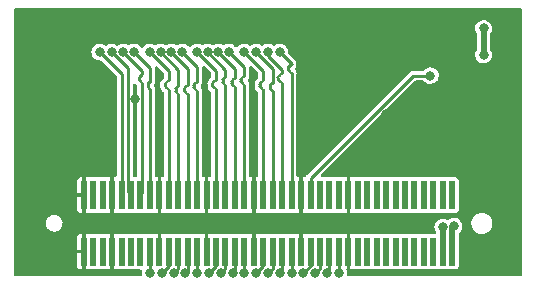
<source format=gbr>
G04 #@! TF.GenerationSoftware,KiCad,Pcbnew,6.0.7-1.fc35*
G04 #@! TF.CreationDate,2022-09-05T19:13:25-05:00*
G04 #@! TF.ProjectId,lcd-adapter,6c63642d-6164-4617-9074-65722e6b6963,rev?*
G04 #@! TF.SameCoordinates,Original*
G04 #@! TF.FileFunction,Copper,L4,Bot*
G04 #@! TF.FilePolarity,Positive*
%FSLAX46Y46*%
G04 Gerber Fmt 4.6, Leading zero omitted, Abs format (unit mm)*
G04 Created by KiCad (PCBNEW 6.0.7-1.fc35) date 2022-09-05 19:13:25*
%MOMM*%
%LPD*%
G01*
G04 APERTURE LIST*
G04 #@! TA.AperFunction,SMDPad,CuDef*
%ADD10R,0.500000X2.400000*%
G04 #@! TD*
G04 #@! TA.AperFunction,ViaPad*
%ADD11C,0.800000*%
G04 #@! TD*
G04 #@! TA.AperFunction,Conductor*
%ADD12C,0.500000*%
G04 #@! TD*
G04 #@! TA.AperFunction,Conductor*
%ADD13C,0.220000*%
G04 #@! TD*
G04 APERTURE END LIST*
D10*
G04 #@! TO.P,J2,1,Pin_1*
G04 #@! TO.N,+3.3V*
X138100000Y-95900000D03*
G04 #@! TO.P,J2,2,Pin_2*
G04 #@! TO.N,unconnected-(J2-Pad2)*
X138100000Y-91100000D03*
G04 #@! TO.P,J2,3,Pin_3*
G04 #@! TO.N,+3.3V*
X137300000Y-95900000D03*
G04 #@! TO.P,J2,4,Pin_4*
G04 #@! TO.N,unconnected-(J2-Pad4)*
X137300000Y-91100000D03*
G04 #@! TO.P,J2,5,Pin_5*
G04 #@! TO.N,unconnected-(J2-Pad5)*
X136500000Y-95900000D03*
G04 #@! TO.P,J2,6,Pin_6*
G04 #@! TO.N,unconnected-(J2-Pad6)*
X136500000Y-91100000D03*
G04 #@! TO.P,J2,7,Pin_7*
G04 #@! TO.N,unconnected-(J2-Pad7)*
X135700000Y-95900000D03*
G04 #@! TO.P,J2,8,Pin_8*
G04 #@! TO.N,unconnected-(J2-Pad8)*
X135700000Y-91100000D03*
G04 #@! TO.P,J2,9,Pin_9*
G04 #@! TO.N,unconnected-(J2-Pad9)*
X134900000Y-95900000D03*
G04 #@! TO.P,J2,10,Pin_10*
G04 #@! TO.N,unconnected-(J2-Pad10)*
X134900000Y-91100000D03*
G04 #@! TO.P,J2,11,Pin_11*
G04 #@! TO.N,unconnected-(J2-Pad11)*
X134100000Y-95900000D03*
G04 #@! TO.P,J2,12,Pin_12*
G04 #@! TO.N,unconnected-(J2-Pad12)*
X134100000Y-91100000D03*
G04 #@! TO.P,J2,13,Pin_13*
G04 #@! TO.N,unconnected-(J2-Pad13)*
X133300000Y-95900000D03*
G04 #@! TO.P,J2,14,Pin_14*
G04 #@! TO.N,unconnected-(J2-Pad14)*
X133300000Y-91100000D03*
G04 #@! TO.P,J2,15,Pin_15*
G04 #@! TO.N,unconnected-(J2-Pad15)*
X132500000Y-95900000D03*
G04 #@! TO.P,J2,16,Pin_16*
G04 #@! TO.N,unconnected-(J2-Pad16)*
X132500000Y-91100000D03*
G04 #@! TO.P,J2,17,Pin_17*
G04 #@! TO.N,unconnected-(J2-Pad17)*
X131700000Y-95900000D03*
G04 #@! TO.P,J2,18,Pin_18*
G04 #@! TO.N,unconnected-(J2-Pad18)*
X131700000Y-91100000D03*
G04 #@! TO.P,J2,19,Pin_19*
G04 #@! TO.N,unconnected-(J2-Pad19)*
X130900000Y-95900000D03*
G04 #@! TO.P,J2,20,Pin_20*
G04 #@! TO.N,unconnected-(J2-Pad20)*
X130900000Y-91100000D03*
G04 #@! TO.P,J2,21,Pin_21*
G04 #@! TO.N,unconnected-(J2-Pad21)*
X130100000Y-95900000D03*
G04 #@! TO.P,J2,22,Pin_22*
G04 #@! TO.N,unconnected-(J2-Pad22)*
X130100000Y-91100000D03*
G04 #@! TO.P,J2,23,Pin_23*
G04 #@! TO.N,GND*
X129300000Y-95900000D03*
G04 #@! TO.P,J2,24,Pin_24*
X129300000Y-91100000D03*
G04 #@! TO.P,J2,25,Pin_25*
G04 #@! TO.N,/PIN_L22 P*
X128500000Y-95900000D03*
G04 #@! TO.P,J2,26,Pin_26*
G04 #@! TO.N,unconnected-(J2-Pad26)*
X128500000Y-91100000D03*
G04 #@! TO.P,J2,27,Pin_27*
G04 #@! TO.N,/PIN_K22_N*
X127700000Y-95900000D03*
G04 #@! TO.P,J2,28,Pin_28*
G04 #@! TO.N,unconnected-(J2-Pad28)*
X127700000Y-91100000D03*
G04 #@! TO.P,J2,29,Pin_29*
G04 #@! TO.N,/PIN_N19 P*
X126900000Y-95900000D03*
G04 #@! TO.P,J2,30,Pin_30*
G04 #@! TO.N,unconnected-(J2-Pad30)*
X126900000Y-91100000D03*
G04 #@! TO.P,J2,31,Pin_31*
G04 #@! TO.N,/PIN_M20_N*
X126100000Y-95900000D03*
G04 #@! TO.P,J2,32,Pin_32*
G04 #@! TO.N,/PIN_J32 N*
X126100000Y-91100000D03*
G04 #@! TO.P,J2,33,Pin_33*
G04 #@! TO.N,GND*
X125300000Y-95900000D03*
G04 #@! TO.P,J2,34,Pin_34*
X125300000Y-91100000D03*
G04 #@! TO.P,J2,35,Pin_35*
G04 #@! TO.N,/PIN_J21 P*
X124500000Y-95900000D03*
G04 #@! TO.P,J2,36,Pin_36*
G04 #@! TO.N,/PIN_M24 P*
X124500000Y-91100000D03*
G04 #@! TO.P,J2,37,Pin_37*
G04 #@! TO.N,/PIN_H22_N*
X123700000Y-95900000D03*
G04 #@! TO.P,J2,38,Pin_38*
G04 #@! TO.N,/PIN_L24_N*
X123700000Y-91100000D03*
G04 #@! TO.P,J2,39,Pin_39*
G04 #@! TO.N,/PIN_J26 P*
X122900000Y-95900000D03*
G04 #@! TO.P,J2,40,Pin_40*
G04 #@! TO.N,/PIN_J24 P*
X122900000Y-91100000D03*
G04 #@! TO.P,J2,41,Pin_41*
G04 #@! TO.N,/PIN_H26_N*
X122100000Y-95900000D03*
G04 #@! TO.P,J2,42,Pin_42*
G04 #@! TO.N,/PIN_J25_N*
X122100000Y-91100000D03*
G04 #@! TO.P,J2,43,Pin_43*
G04 #@! TO.N,GND*
X121300000Y-95900000D03*
G04 #@! TO.P,J2,44,Pin_44*
X121300000Y-91100000D03*
G04 #@! TO.P,J2,45,Pin_45*
G04 #@! TO.N,/PIN_G25 P*
X120500000Y-95900000D03*
G04 #@! TO.P,J2,46,Pin_46*
G04 #@! TO.N,/PIN_H21 P*
X120500000Y-91100000D03*
G04 #@! TO.P,J2,47,Pin_47*
G04 #@! TO.N,/PIN_G26_N*
X119700000Y-95900000D03*
G04 #@! TO.P,J2,48,Pin_48*
G04 #@! TO.N,/PIN_G21_N*
X119700000Y-91100000D03*
G04 #@! TO.P,J2,49,Pin_49*
G04 #@! TO.N,/PIN_F25 P*
X118900000Y-95900000D03*
G04 #@! TO.P,J2,50,Pin_50*
G04 #@! TO.N,/PIN_E21 P*
X118900000Y-91100000D03*
G04 #@! TO.P,J2,51,Pin_51*
G04 #@! TO.N,/PIN_E26_N*
X118100000Y-95900000D03*
G04 #@! TO.P,J2,52,Pin_52*
G04 #@! TO.N,/PIN_E22_N*
X118100000Y-91100000D03*
G04 #@! TO.P,J2,53,Pin_53*
G04 #@! TO.N,GND*
X117300000Y-95900000D03*
G04 #@! TO.P,J2,54,Pin_54*
X117300000Y-91100000D03*
G04 #@! TO.P,J2,55,Pin_55*
G04 #@! TO.N,/PIN_D26 P*
X116500000Y-95900000D03*
G04 #@! TO.P,J2,56,Pin_56*
G04 #@! TO.N,/PIN_G22_P*
X116500000Y-91100000D03*
G04 #@! TO.P,J2,57,Pin_57*
G04 #@! TO.N,/PIN_C26_N*
X115700000Y-95900000D03*
G04 #@! TO.P,J2,58,Pin_58*
G04 #@! TO.N,/PIN_F23_N*
X115700000Y-91100000D03*
G04 #@! TO.P,J2,59,Pin_59*
G04 #@! TO.N,/PIN_A23 P*
X114900000Y-95900000D03*
G04 #@! TO.P,J2,60,Pin_60*
G04 #@! TO.N,/PIN_E25 P*
X114900000Y-91100000D03*
G04 #@! TO.P,J2,61,Pin_61*
G04 #@! TO.N,/PIN_A24_N*
X114100000Y-95900000D03*
G04 #@! TO.P,J2,62,Pin_62*
G04 #@! TO.N,/PIN_D25_N*
X114100000Y-91100000D03*
G04 #@! TO.P,J2,63,Pin_63*
G04 #@! TO.N,GND*
X113300000Y-95900000D03*
G04 #@! TO.P,J2,64,Pin_64*
X113300000Y-91100000D03*
G04 #@! TO.P,J2,65,Pin_65*
G04 #@! TO.N,/PIN_B20 P*
X112500000Y-95900000D03*
G04 #@! TO.P,J2,66,Pin_66*
G04 #@! TO.N,/PIN_D23 P*
X112500000Y-91100000D03*
G04 #@! TO.P,J2,67,Pin_67*
G04 #@! TO.N,unconnected-(J2-Pad67)*
X111700000Y-95900000D03*
G04 #@! TO.P,J2,68,Pin_68*
G04 #@! TO.N,/PIN_D24_N*
X111700000Y-91100000D03*
G04 #@! TO.P,J2,69,Pin_69*
G04 #@! TO.N,unconnected-(J2-Pad69)*
X110900000Y-95900000D03*
G04 #@! TO.P,J2,70,Pin_70*
G04 #@! TO.N,/PIN_F22 P*
X110900000Y-91100000D03*
G04 #@! TO.P,J2,71,Pin_71*
G04 #@! TO.N,unconnected-(J2-Pad71)*
X110100000Y-95900000D03*
G04 #@! TO.P,J2,72,Pin_72*
G04 #@! TO.N,/PIN_E23_N*
X110100000Y-91100000D03*
G04 #@! TO.P,J2,73,Pin_73*
G04 #@! TO.N,GND*
X109300000Y-95900000D03*
G04 #@! TO.P,J2,74,Pin_74*
X109300000Y-91100000D03*
G04 #@! TO.P,J2,75,Pin_75*
G04 #@! TO.N,unconnected-(J2-Pad75)*
X108500000Y-95900000D03*
G04 #@! TO.P,J2,76,Pin_76*
G04 #@! TO.N,unconnected-(J2-Pad76)*
X108500000Y-91100000D03*
G04 #@! TO.P,J2,77,Pin_77*
G04 #@! TO.N,unconnected-(J2-Pad77)*
X107700000Y-95900000D03*
G04 #@! TO.P,J2,78,Pin_78*
G04 #@! TO.N,unconnected-(J2-Pad78)*
X107700000Y-91100000D03*
G04 #@! TO.P,J2,79,Pin_79*
G04 #@! TO.N,GND*
X106900000Y-95900000D03*
G04 #@! TO.P,J2,80,Pin_80*
X106900000Y-91100000D03*
G04 #@! TD*
D11*
G04 #@! TO.N,+3.3V*
X138250000Y-93750000D03*
X137300000Y-93800000D03*
G04 #@! TO.N,GND*
X134000000Y-93500000D03*
X132500000Y-84250000D03*
X132525000Y-87225000D03*
X130250000Y-93500000D03*
X106750000Y-93500000D03*
X142000000Y-82250000D03*
X129250000Y-80250000D03*
X132250000Y-93500000D03*
X135750000Y-93500000D03*
X102750000Y-76750000D03*
X111250000Y-83000000D03*
X120500000Y-93500000D03*
X140775000Y-82000000D03*
X111500000Y-76750000D03*
X102250000Y-93500000D03*
X115500000Y-76750000D03*
X109500000Y-93500000D03*
X125109500Y-93290069D03*
X107609500Y-83000000D03*
X123750000Y-76750000D03*
X136750000Y-79750000D03*
X131250000Y-85750000D03*
X125685966Y-88104499D03*
X107250000Y-76750000D03*
X105500000Y-79500000D03*
X119500000Y-76750000D03*
G04 #@! TO.N,/PIN_J24 P*
X121500000Y-79000000D03*
G04 #@! TO.N,/PIN_N19 P*
X126500000Y-97750000D03*
G04 #@! TO.N,/PIN_E21 P*
X117399503Y-79000000D03*
G04 #@! TO.N,/PIN_G25 P*
X120500000Y-97750000D03*
G04 #@! TO.N,/PIN_A23 P*
X114500000Y-97750000D03*
G04 #@! TO.N,/PIN_D26 P*
X116500000Y-97750000D03*
G04 #@! TO.N,/PIN_L22 P*
X128500000Y-97750000D03*
G04 #@! TO.N,/PIN_E25 P*
X113399503Y-79000000D03*
G04 #@! TO.N,/PIN_J21 P*
X124500000Y-97750000D03*
G04 #@! TO.N,/PIN_D23 P*
X111149503Y-79000000D03*
G04 #@! TO.N,/PIN_J26 P*
X122500000Y-97750000D03*
G04 #@! TO.N,/PIN_F22 P*
X109250000Y-79000000D03*
G04 #@! TO.N,/PIN_F25 P*
X118500000Y-97750000D03*
G04 #@! TO.N,/PIN_H21 P*
X119198509Y-79000000D03*
G04 #@! TO.N,/PIN_M24 P*
X123500000Y-79000000D03*
G04 #@! TO.N,/PIN_G22_P*
X115250000Y-79000000D03*
G04 #@! TO.N,/VLED-*
X140750000Y-77000000D03*
X140750000Y-79250000D03*
G04 #@! TO.N,/PIN_L24_N*
X122500000Y-79000000D03*
G04 #@! TO.N,/PIN_J25_N*
X120500000Y-79000000D03*
G04 #@! TO.N,/PIN_G21_N*
X118299006Y-79000000D03*
G04 #@! TO.N,/PIN_E22_N*
X116500000Y-79000000D03*
G04 #@! TO.N,/PIN_F23_N*
X114299006Y-79000000D03*
G04 #@! TO.N,/PIN_D25_N*
X112500000Y-79000000D03*
G04 #@! TO.N,/PIN_D24_N*
X110250000Y-79000000D03*
G04 #@! TO.N,/PIN_E23_N*
X108250000Y-79000000D03*
G04 #@! TO.N,/PIN_K22_N*
X127500000Y-97750000D03*
G04 #@! TO.N,/PIN_M20_N*
X125500000Y-97750000D03*
G04 #@! TO.N,/PIN_H22_N*
X123500000Y-97750000D03*
G04 #@! TO.N,/PIN_H26_N*
X121500000Y-97750000D03*
G04 #@! TO.N,/PIN_G26_N*
X119500000Y-97750000D03*
G04 #@! TO.N,/PIN_E26_N*
X117500000Y-97750000D03*
G04 #@! TO.N,/PIN_C26_N*
X115500000Y-97750000D03*
G04 #@! TO.N,/PIN_A24_N*
X113500000Y-97750000D03*
G04 #@! TO.N,/PIN_B20 P*
X112500000Y-97750000D03*
G04 #@! TO.N,/PIN_J32 N*
X136250000Y-81000000D03*
G04 #@! TD*
D12*
G04 #@! TO.N,+3.3V*
X138100000Y-93900000D02*
X138250000Y-93750000D01*
X138100000Y-95900000D02*
X138100000Y-93900000D01*
X137300000Y-95900000D02*
X137300000Y-93800000D01*
D13*
G04 #@! TO.N,/PIN_J24 P*
X122900000Y-82325140D02*
X122900000Y-82600000D01*
X121500000Y-79000000D02*
X122900000Y-80400000D01*
X122900000Y-82600000D02*
X122900000Y-91100000D01*
X122900000Y-80400000D02*
X122900000Y-81600000D01*
X122674860Y-81825140D02*
X122674860Y-82100000D01*
X122787430Y-81712600D02*
G75*
G03*
X122900000Y-81600000I-30J112600D01*
G01*
X122674870Y-81825140D02*
G75*
G02*
X122787430Y-81712570I112530J40D01*
G01*
X122899930Y-82325140D02*
G75*
G03*
X122787430Y-82212570I-112530J40D01*
G01*
X122787430Y-82212540D02*
G75*
G02*
X122674860Y-82100000I-30J112540D01*
G01*
G04 #@! TO.N,/PIN_N19 P*
X126900000Y-97350000D02*
X126500000Y-97750000D01*
X126900000Y-95900000D02*
X126900000Y-97350000D01*
G04 #@! TO.N,/PIN_E21 P*
X118900000Y-80500497D02*
X118900000Y-81100000D01*
X117399503Y-79000000D02*
X118900000Y-80500497D01*
X118674860Y-81325140D02*
X118674860Y-81600000D01*
X118900000Y-82100000D02*
X118900000Y-91100000D01*
X118900000Y-81825140D02*
X118900000Y-82100000D01*
X118899930Y-81825140D02*
G75*
G03*
X118787430Y-81712570I-112530J40D01*
G01*
X118787430Y-81712540D02*
G75*
G02*
X118674860Y-81600000I-30J112540D01*
G01*
X118674870Y-81325140D02*
G75*
G02*
X118787430Y-81212570I112530J40D01*
G01*
X118787430Y-81212600D02*
G75*
G03*
X118900000Y-81100000I-30J112600D01*
G01*
G04 #@! TO.N,/PIN_G25 P*
X120500000Y-95900000D02*
X120500000Y-97750000D01*
G04 #@! TO.N,/PIN_A23 P*
X114900000Y-97350000D02*
X114500000Y-97750000D01*
X114900000Y-95900000D02*
X114900000Y-97350000D01*
G04 #@! TO.N,/PIN_D26 P*
X116500000Y-95900000D02*
X116500000Y-97750000D01*
G04 #@! TO.N,/PIN_L22 P*
X128500000Y-95900000D02*
X128500000Y-97750000D01*
G04 #@! TO.N,/PIN_E25 P*
X113399503Y-79000000D02*
X114900000Y-80500497D01*
X114900000Y-80500497D02*
X114900000Y-81850000D01*
X114674860Y-82075140D02*
X114674860Y-82350000D01*
X114900000Y-82850000D02*
X114900000Y-91100000D01*
X114900000Y-82575140D02*
X114900000Y-82850000D01*
X114899930Y-82575140D02*
G75*
G03*
X114787430Y-82462570I-112530J40D01*
G01*
X114787430Y-82462540D02*
G75*
G02*
X114674860Y-82350000I-30J112540D01*
G01*
X114787430Y-81962600D02*
G75*
G03*
X114900000Y-81850000I-30J112600D01*
G01*
X114674870Y-82075140D02*
G75*
G02*
X114787430Y-81962570I112530J40D01*
G01*
G04 #@! TO.N,/PIN_J21 P*
X124500000Y-95900000D02*
X124500000Y-97750000D01*
G04 #@! TO.N,/PIN_D23 P*
X112359951Y-81640048D02*
X112359951Y-82000000D01*
X112500000Y-80350497D02*
X112500000Y-81500000D01*
X112500000Y-82500000D02*
X112500000Y-91100000D01*
X112429976Y-81570024D02*
X112429975Y-81570024D01*
X112429975Y-82070024D02*
X112429976Y-82070024D01*
X111149503Y-79000000D02*
X112500000Y-80350497D01*
X112500000Y-82140048D02*
X112500000Y-82500000D01*
X112360024Y-81640048D02*
G75*
G02*
X112429975Y-81570024I69976J48D01*
G01*
X112429975Y-82070049D02*
G75*
G02*
X112359951Y-82000000I25J70049D01*
G01*
X112429976Y-81570000D02*
G75*
G03*
X112500000Y-81500000I24J70000D01*
G01*
X112499976Y-82140048D02*
G75*
G03*
X112429976Y-82070024I-69976J48D01*
G01*
G04 #@! TO.N,/PIN_J26 P*
X122900000Y-97350000D02*
X122500000Y-97750000D01*
X122900000Y-95900000D02*
X122900000Y-97350000D01*
G04 #@! TO.N,/PIN_F22 P*
X110900000Y-91100000D02*
X110640500Y-90840500D01*
X110640500Y-80390500D02*
X109250000Y-79000000D01*
X110640500Y-90840500D02*
X110640500Y-80390500D01*
G04 #@! TO.N,/PIN_F25 P*
X118900000Y-95900000D02*
X118900000Y-97350000D01*
X118900000Y-97350000D02*
X118500000Y-97750000D01*
G04 #@! TO.N,/PIN_H21 P*
X120500000Y-80301491D02*
X120500000Y-81000000D01*
X120500000Y-82000000D02*
X120500000Y-91100000D01*
X120500000Y-81807982D02*
X120500000Y-82000000D01*
X119198509Y-79000000D02*
X120500000Y-80301491D01*
X120192018Y-81307982D02*
X120192018Y-81500000D01*
X120191991Y-81307982D02*
G75*
G02*
X120346009Y-81153991I154009J-18D01*
G01*
X120500009Y-81807982D02*
G75*
G03*
X120346009Y-81653991I-154009J-18D01*
G01*
X120346009Y-81653982D02*
G75*
G02*
X120192018Y-81500000I-9J153982D01*
G01*
X120346009Y-81154000D02*
G75*
G03*
X120500000Y-81000000I-9J154000D01*
G01*
G04 #@! TO.N,/PIN_M24 P*
X124500000Y-80807982D02*
X124500000Y-81000000D01*
X123500000Y-79000000D02*
X124500000Y-80000000D01*
X124346009Y-80153991D02*
X124346008Y-80153991D01*
X124192017Y-80307982D02*
X124192017Y-80500000D01*
X124346008Y-80653991D02*
X124346009Y-80653991D01*
X124500000Y-81000000D02*
X124500000Y-91100000D01*
X124346008Y-80653983D02*
G75*
G02*
X124192017Y-80500000I-8J153983D01*
G01*
X124191991Y-80307982D02*
G75*
G02*
X124346008Y-80153991I154009J-18D01*
G01*
X124346009Y-80154000D02*
G75*
G03*
X124500000Y-80000000I-9J154000D01*
G01*
X124500009Y-80807982D02*
G75*
G03*
X124346009Y-80653991I-154009J-18D01*
G01*
G04 #@! TO.N,/PIN_G22_P*
X116192017Y-81807982D02*
X116192017Y-82000000D01*
X116500000Y-82307982D02*
X116500000Y-82500000D01*
X116500000Y-82500000D02*
X116500000Y-91100000D01*
X116346009Y-81653991D02*
X116346008Y-81653991D01*
X115250000Y-79000000D02*
X116500000Y-80250000D01*
X116346008Y-82153991D02*
X116346009Y-82153991D01*
X116500000Y-80250000D02*
X116500000Y-81500000D01*
X116346008Y-82153983D02*
G75*
G02*
X116192017Y-82000000I-8J153983D01*
G01*
X116500009Y-82307982D02*
G75*
G03*
X116346009Y-82153991I-154009J-18D01*
G01*
X116191991Y-81807982D02*
G75*
G02*
X116346008Y-81653991I154009J-18D01*
G01*
X116346009Y-81654000D02*
G75*
G03*
X116500000Y-81500000I-9J154000D01*
G01*
D12*
G04 #@! TO.N,/VLED-*
X140750000Y-79250000D02*
X140750000Y-77000000D01*
D13*
G04 #@! TO.N,/PIN_L24_N*
X123700000Y-81800000D02*
X123700000Y-91100000D01*
X123700000Y-80556927D02*
X123700000Y-80800000D01*
X123329886Y-81170114D02*
X123329886Y-81300000D01*
X122500000Y-79000000D02*
X122500000Y-79356927D01*
X123700000Y-81670114D02*
X123700000Y-81800000D01*
X122500000Y-79356927D02*
X123700000Y-80556927D01*
X123514943Y-80985100D02*
G75*
G03*
X123700000Y-80800000I-43J185100D01*
G01*
X123514943Y-81485014D02*
G75*
G02*
X123329886Y-81300000I-43J185014D01*
G01*
X123699943Y-81670114D02*
G75*
G03*
X123514943Y-81485057I-185043J14D01*
G01*
X123329857Y-81170114D02*
G75*
G02*
X123514943Y-80985057I185043J14D01*
G01*
G04 #@! TO.N,/PIN_J25_N*
X122100000Y-80600000D02*
X122100000Y-81400000D01*
X122100000Y-82208732D02*
X122100000Y-82400000D01*
X122100000Y-82400000D02*
X122100000Y-91100000D01*
X120500000Y-79000000D02*
X122100000Y-80600000D01*
X121791268Y-81708732D02*
X121791268Y-81900000D01*
X121791266Y-81708732D02*
G75*
G02*
X121945634Y-81554366I154334J32D01*
G01*
X121945634Y-82054332D02*
G75*
G02*
X121791268Y-81900000I-34J154332D01*
G01*
X122099934Y-82208732D02*
G75*
G03*
X121945634Y-82054366I-154334J32D01*
G01*
X121945634Y-81554400D02*
G75*
G03*
X122100000Y-81400000I-34J154400D01*
G01*
G04 #@! TO.N,/PIN_G21_N*
X119700000Y-81986860D02*
X119700000Y-82200000D01*
X119413140Y-81486860D02*
X119413140Y-81700000D01*
X118299006Y-79000000D02*
X119700000Y-80400994D01*
X119700000Y-80400994D02*
X119700000Y-81200000D01*
X119700000Y-82200000D02*
X119700000Y-91100000D01*
X119700070Y-81986860D02*
G75*
G03*
X119556570Y-81843430I-143470J-40D01*
G01*
X119413130Y-81486860D02*
G75*
G02*
X119556570Y-81343430I143470J-40D01*
G01*
X119556570Y-81843460D02*
G75*
G02*
X119413140Y-81700000I30J143460D01*
G01*
X119556570Y-81343400D02*
G75*
G03*
X119700000Y-81200000I30J143400D01*
G01*
G04 #@! TO.N,/PIN_E22_N*
X116500000Y-79000000D02*
X118100000Y-80600000D01*
X118100000Y-82158732D02*
X118100000Y-82350000D01*
X118100000Y-82350000D02*
X118100000Y-91100000D01*
X118100000Y-80600000D02*
X118100000Y-81350000D01*
X117791268Y-81658732D02*
X117791268Y-81850000D01*
X118099934Y-82158732D02*
G75*
G03*
X117945634Y-82004366I-154334J32D01*
G01*
X117791266Y-81658732D02*
G75*
G02*
X117945634Y-81504366I154334J32D01*
G01*
X117945634Y-82004332D02*
G75*
G02*
X117791268Y-81850000I-34J154332D01*
G01*
X117945634Y-81504400D02*
G75*
G03*
X118100000Y-81350000I-34J154400D01*
G01*
G04 #@! TO.N,/PIN_F23_N*
X115700000Y-82800000D02*
X115700000Y-91100000D01*
X115700000Y-80400994D02*
X115700000Y-81800000D01*
X115413140Y-82086860D02*
X115413140Y-82300000D01*
X114299006Y-79000000D02*
X115700000Y-80400994D01*
X115700000Y-82586860D02*
X115700000Y-82800000D01*
X115556570Y-82443460D02*
G75*
G02*
X115413140Y-82300000I30J143460D01*
G01*
X115413130Y-82086860D02*
G75*
G02*
X115556570Y-81943430I143470J-40D01*
G01*
X115700070Y-82586860D02*
G75*
G03*
X115556570Y-82443430I-143470J-40D01*
G01*
X115556570Y-81943400D02*
G75*
G03*
X115700000Y-81800000I30J143400D01*
G01*
G04 #@! TO.N,/PIN_D25_N*
X114100000Y-82400000D02*
X114100000Y-91100000D01*
X114100000Y-82208732D02*
X114100000Y-82400000D01*
X112500000Y-79000000D02*
X114100000Y-80600000D01*
X114100000Y-80600000D02*
X114100000Y-81400000D01*
X113791268Y-81708732D02*
X113791268Y-81900000D01*
X113945634Y-82054332D02*
G75*
G02*
X113791268Y-81900000I-34J154332D01*
G01*
X113945634Y-81554400D02*
G75*
G03*
X114100000Y-81400000I-34J154400D01*
G01*
X114099934Y-82208732D02*
G75*
G03*
X113945634Y-82054366I-154334J32D01*
G01*
X113791266Y-81708732D02*
G75*
G02*
X113945634Y-81554366I154334J32D01*
G01*
G04 #@! TO.N,/PIN_D24_N*
X111734644Y-81515355D02*
X111734645Y-81515355D01*
X111859500Y-80609500D02*
X111859500Y-80890500D01*
X111859500Y-81640210D02*
X111859500Y-81890500D01*
X111859500Y-81890500D02*
X111859500Y-90940500D01*
X110250000Y-79000000D02*
X111859500Y-80609500D01*
X111859500Y-90940500D02*
X111700000Y-91100000D01*
X111609789Y-81140210D02*
X111609789Y-81390500D01*
X111734645Y-81015355D02*
X111734644Y-81015355D01*
X111609755Y-81140210D02*
G75*
G02*
X111734644Y-81015355I124845J10D01*
G01*
X111734645Y-81015400D02*
G75*
G03*
X111859500Y-80890500I-45J124900D01*
G01*
X111734644Y-81515311D02*
G75*
G02*
X111609789Y-81390500I-44J124811D01*
G01*
X111859445Y-81640210D02*
G75*
G03*
X111734645Y-81515355I-124845J10D01*
G01*
G04 #@! TO.N,/PIN_E23_N*
X110100000Y-80850000D02*
X108250000Y-79000000D01*
X110100000Y-91100000D02*
X110100000Y-80850000D01*
G04 #@! TO.N,/PIN_K22_N*
X127700000Y-97550000D02*
X127500000Y-97750000D01*
X127700000Y-95900000D02*
X127700000Y-97550000D01*
G04 #@! TO.N,/PIN_M20_N*
X126100000Y-95900000D02*
X126100000Y-97150000D01*
X126100000Y-97150000D02*
X125500000Y-97750000D01*
G04 #@! TO.N,/PIN_H22_N*
X123700000Y-97550000D02*
X123500000Y-97750000D01*
X123700000Y-95900000D02*
X123700000Y-97550000D01*
G04 #@! TO.N,/PIN_H26_N*
X122100000Y-95900000D02*
X122100000Y-97150000D01*
X122100000Y-97150000D02*
X121500000Y-97750000D01*
G04 #@! TO.N,/PIN_G26_N*
X119700000Y-97550000D02*
X119500000Y-97750000D01*
X119700000Y-95900000D02*
X119700000Y-97550000D01*
G04 #@! TO.N,/PIN_E26_N*
X118100000Y-97150000D02*
X117500000Y-97750000D01*
X118100000Y-95900000D02*
X118100000Y-97150000D01*
G04 #@! TO.N,/PIN_C26_N*
X115700000Y-97550000D02*
X115500000Y-97750000D01*
X115700000Y-95900000D02*
X115700000Y-97550000D01*
G04 #@! TO.N,/PIN_A24_N*
X114100000Y-95900000D02*
X114100000Y-97150000D01*
X114100000Y-97150000D02*
X113500000Y-97750000D01*
G04 #@! TO.N,/PIN_B20 P*
X112500000Y-95900000D02*
X112500000Y-97750000D01*
G04 #@! TO.N,/PIN_J32 N*
X126100000Y-91100000D02*
X126100000Y-89680000D01*
X134780000Y-81000000D02*
X136250000Y-81000000D01*
X126100000Y-89680000D02*
X134780000Y-81000000D01*
G04 #@! TD*
G04 #@! TA.AperFunction,Conductor*
G04 #@! TO.N,GND*
G36*
X143925500Y-75269962D02*
G01*
X143980038Y-75324500D01*
X144000000Y-75399000D01*
X144000000Y-97851000D01*
X143980038Y-97925500D01*
X143925500Y-97980038D01*
X143851000Y-98000000D01*
X129343721Y-98000000D01*
X129269221Y-97980038D01*
X129214683Y-97925500D01*
X129194721Y-97851000D01*
X129196207Y-97830006D01*
X129204803Y-97769604D01*
X129205490Y-97764778D01*
X129205645Y-97750000D01*
X129185276Y-97581680D01*
X129150038Y-97488425D01*
X129142378Y-97411678D01*
X129145496Y-97397193D01*
X129150000Y-97380384D01*
X129450000Y-97380384D01*
X129454145Y-97395855D01*
X129469616Y-97400000D01*
X129590154Y-97400000D01*
X129598966Y-97399477D01*
X129609621Y-97398210D01*
X129630950Y-97392348D01*
X129638978Y-97388782D01*
X129715167Y-97376785D01*
X129759704Y-97388678D01*
X129768006Y-97392348D01*
X129779673Y-97397506D01*
X129790799Y-97398803D01*
X129790802Y-97398804D01*
X129801070Y-97400001D01*
X129801078Y-97400001D01*
X129805354Y-97400500D01*
X130394646Y-97400500D01*
X130420846Y-97397382D01*
X130439591Y-97389056D01*
X130515778Y-97377057D01*
X130560324Y-97388952D01*
X130560560Y-97389056D01*
X130569422Y-97392974D01*
X130579673Y-97397506D01*
X130594318Y-97399213D01*
X130601070Y-97400001D01*
X130601078Y-97400001D01*
X130605354Y-97400500D01*
X131194646Y-97400500D01*
X131220846Y-97397382D01*
X131239591Y-97389056D01*
X131315778Y-97377057D01*
X131360324Y-97388952D01*
X131360560Y-97389056D01*
X131369422Y-97392974D01*
X131379673Y-97397506D01*
X131394318Y-97399213D01*
X131401070Y-97400001D01*
X131401078Y-97400001D01*
X131405354Y-97400500D01*
X131994646Y-97400500D01*
X132020846Y-97397382D01*
X132039591Y-97389056D01*
X132115778Y-97377057D01*
X132160324Y-97388952D01*
X132160560Y-97389056D01*
X132169422Y-97392974D01*
X132179673Y-97397506D01*
X132194318Y-97399213D01*
X132201070Y-97400001D01*
X132201078Y-97400001D01*
X132205354Y-97400500D01*
X132794646Y-97400500D01*
X132820846Y-97397382D01*
X132839591Y-97389056D01*
X132915778Y-97377057D01*
X132960324Y-97388952D01*
X132960560Y-97389056D01*
X132969422Y-97392974D01*
X132979673Y-97397506D01*
X132994318Y-97399213D01*
X133001070Y-97400001D01*
X133001078Y-97400001D01*
X133005354Y-97400500D01*
X133594646Y-97400500D01*
X133620846Y-97397382D01*
X133639591Y-97389056D01*
X133715778Y-97377057D01*
X133760324Y-97388952D01*
X133760560Y-97389056D01*
X133769422Y-97392974D01*
X133779673Y-97397506D01*
X133794318Y-97399213D01*
X133801070Y-97400001D01*
X133801078Y-97400001D01*
X133805354Y-97400500D01*
X134394646Y-97400500D01*
X134420846Y-97397382D01*
X134439591Y-97389056D01*
X134515778Y-97377057D01*
X134560324Y-97388952D01*
X134560560Y-97389056D01*
X134569422Y-97392974D01*
X134579673Y-97397506D01*
X134594318Y-97399213D01*
X134601070Y-97400001D01*
X134601078Y-97400001D01*
X134605354Y-97400500D01*
X135194646Y-97400500D01*
X135220846Y-97397382D01*
X135239591Y-97389056D01*
X135315778Y-97377057D01*
X135360324Y-97388952D01*
X135360560Y-97389056D01*
X135369422Y-97392974D01*
X135379673Y-97397506D01*
X135394318Y-97399213D01*
X135401070Y-97400001D01*
X135401078Y-97400001D01*
X135405354Y-97400500D01*
X135994646Y-97400500D01*
X136020846Y-97397382D01*
X136039591Y-97389056D01*
X136115778Y-97377057D01*
X136160324Y-97388952D01*
X136160560Y-97389056D01*
X136169422Y-97392974D01*
X136179673Y-97397506D01*
X136194318Y-97399213D01*
X136201070Y-97400001D01*
X136201078Y-97400001D01*
X136205354Y-97400500D01*
X136794646Y-97400500D01*
X136820846Y-97397382D01*
X136839591Y-97389056D01*
X136915778Y-97377057D01*
X136960324Y-97388952D01*
X136960560Y-97389056D01*
X136969422Y-97392974D01*
X136979673Y-97397506D01*
X136994318Y-97399213D01*
X137001070Y-97400001D01*
X137001078Y-97400001D01*
X137005354Y-97400500D01*
X137594646Y-97400500D01*
X137620846Y-97397382D01*
X137639591Y-97389056D01*
X137715778Y-97377057D01*
X137760324Y-97388952D01*
X137760560Y-97389056D01*
X137769422Y-97392974D01*
X137779673Y-97397506D01*
X137794318Y-97399213D01*
X137801070Y-97400001D01*
X137801078Y-97400001D01*
X137805354Y-97400500D01*
X138394646Y-97400500D01*
X138420846Y-97397382D01*
X138523153Y-97351939D01*
X138602241Y-97272713D01*
X138615281Y-97243219D01*
X138642976Y-97180574D01*
X138642976Y-97180573D01*
X138647506Y-97170327D01*
X138649213Y-97155682D01*
X138650001Y-97148930D01*
X138650001Y-97148922D01*
X138650500Y-97144646D01*
X138650500Y-94397894D01*
X138670462Y-94323394D01*
X138702732Y-94284594D01*
X138733920Y-94257956D01*
X138769423Y-94227634D01*
X138801154Y-94183476D01*
X138863124Y-94097236D01*
X138863126Y-94097232D01*
X138868361Y-94089947D01*
X138892636Y-94029561D01*
X138928251Y-93940969D01*
X138928252Y-93940964D01*
X138931601Y-93932634D01*
X138955490Y-93764778D01*
X138955645Y-93750000D01*
X138936845Y-93594646D01*
X139699500Y-93594646D01*
X139701124Y-93602286D01*
X139701124Y-93602287D01*
X139734822Y-93760823D01*
X139738856Y-93779803D01*
X139815849Y-93952730D01*
X139820438Y-93959046D01*
X139915543Y-94089947D01*
X139927112Y-94105871D01*
X139989002Y-94161597D01*
X140061979Y-94227307D01*
X140061984Y-94227311D01*
X140067784Y-94232533D01*
X140074544Y-94236436D01*
X140074547Y-94236438D01*
X140137244Y-94272635D01*
X140231716Y-94327179D01*
X140411744Y-94385674D01*
X140419511Y-94386490D01*
X140419514Y-94386491D01*
X140489116Y-94393806D01*
X140552808Y-94400500D01*
X140647192Y-94400500D01*
X140710884Y-94393806D01*
X140780486Y-94386491D01*
X140780489Y-94386490D01*
X140788256Y-94385674D01*
X140968284Y-94327179D01*
X141062756Y-94272635D01*
X141125453Y-94236438D01*
X141125456Y-94236436D01*
X141132216Y-94232533D01*
X141138016Y-94227311D01*
X141138021Y-94227307D01*
X141210998Y-94161597D01*
X141272888Y-94105871D01*
X141284458Y-94089947D01*
X141379562Y-93959046D01*
X141384151Y-93952730D01*
X141461144Y-93779803D01*
X141465179Y-93760823D01*
X141498876Y-93602287D01*
X141498876Y-93602286D01*
X141500500Y-93594646D01*
X141500500Y-93405354D01*
X141468336Y-93254032D01*
X141462768Y-93227836D01*
X141462767Y-93227833D01*
X141461144Y-93220197D01*
X141384151Y-93047270D01*
X141272888Y-92894129D01*
X141190322Y-92819786D01*
X141138021Y-92772693D01*
X141138016Y-92772689D01*
X141132216Y-92767467D01*
X141125456Y-92763564D01*
X141125453Y-92763562D01*
X141062756Y-92727365D01*
X140968284Y-92672821D01*
X140788256Y-92614326D01*
X140780489Y-92613510D01*
X140780486Y-92613509D01*
X140710884Y-92606194D01*
X140647192Y-92599500D01*
X140552808Y-92599500D01*
X140489116Y-92606194D01*
X140419514Y-92613509D01*
X140419511Y-92613510D01*
X140411744Y-92614326D01*
X140231716Y-92672821D01*
X140137244Y-92727365D01*
X140074547Y-92763562D01*
X140074544Y-92763564D01*
X140067784Y-92767467D01*
X140061984Y-92772689D01*
X140061979Y-92772693D01*
X140009678Y-92819786D01*
X139927112Y-92894129D01*
X139815849Y-93047270D01*
X139738856Y-93220197D01*
X139737233Y-93227833D01*
X139737232Y-93227836D01*
X139731664Y-93254032D01*
X139699500Y-93405354D01*
X139699500Y-93594646D01*
X138936845Y-93594646D01*
X138935276Y-93581680D01*
X138875345Y-93423077D01*
X138779312Y-93283349D01*
X138772604Y-93277372D01*
X138659428Y-93176535D01*
X138659424Y-93176532D01*
X138652721Y-93170560D01*
X138644783Y-93166357D01*
X138644780Y-93166355D01*
X138510823Y-93095429D01*
X138502881Y-93091224D01*
X138494168Y-93089035D01*
X138494167Y-93089035D01*
X138356296Y-93054404D01*
X138338441Y-93049919D01*
X138234002Y-93049372D01*
X138177873Y-93049078D01*
X138168895Y-93049031D01*
X138160164Y-93051127D01*
X138160165Y-93051127D01*
X138012765Y-93086515D01*
X138012762Y-93086516D01*
X138004032Y-93088612D01*
X137996053Y-93092730D01*
X137996051Y-93092731D01*
X137906339Y-93139035D01*
X137853369Y-93166375D01*
X137846599Y-93172281D01*
X137834983Y-93182414D01*
X137765720Y-93216345D01*
X137688770Y-93211098D01*
X137667314Y-93201813D01*
X137560823Y-93145429D01*
X137552881Y-93141224D01*
X137544168Y-93139035D01*
X137544167Y-93139035D01*
X137433961Y-93111353D01*
X137388441Y-93099919D01*
X137284002Y-93099372D01*
X137227873Y-93099078D01*
X137218895Y-93099031D01*
X137193117Y-93105220D01*
X137062765Y-93136515D01*
X137062762Y-93136516D01*
X137054032Y-93138612D01*
X137046053Y-93142730D01*
X137046051Y-93142731D01*
X136969167Y-93182414D01*
X136903369Y-93216375D01*
X136896602Y-93222279D01*
X136896598Y-93222281D01*
X136826595Y-93283349D01*
X136775604Y-93327831D01*
X136678113Y-93466547D01*
X136616524Y-93624513D01*
X136594394Y-93792611D01*
X136612999Y-93961135D01*
X136616087Y-93969572D01*
X136616087Y-93969574D01*
X136639811Y-94034401D01*
X136671266Y-94120356D01*
X136676273Y-94127808D01*
X136676275Y-94127811D01*
X136702876Y-94167397D01*
X136727858Y-94240367D01*
X136713009Y-94316052D01*
X136662306Y-94374173D01*
X136589336Y-94399155D01*
X136579203Y-94399500D01*
X136205354Y-94399500D01*
X136179154Y-94402618D01*
X136160409Y-94410944D01*
X136084222Y-94422943D01*
X136039676Y-94411048D01*
X136031994Y-94407652D01*
X136030574Y-94407024D01*
X136030573Y-94407024D01*
X136020327Y-94402494D01*
X136005682Y-94400787D01*
X135998930Y-94399999D01*
X135998922Y-94399999D01*
X135994646Y-94399500D01*
X135405354Y-94399500D01*
X135379154Y-94402618D01*
X135360409Y-94410944D01*
X135284222Y-94422943D01*
X135239676Y-94411048D01*
X135231994Y-94407652D01*
X135230574Y-94407024D01*
X135230573Y-94407024D01*
X135220327Y-94402494D01*
X135205682Y-94400787D01*
X135198930Y-94399999D01*
X135198922Y-94399999D01*
X135194646Y-94399500D01*
X134605354Y-94399500D01*
X134579154Y-94402618D01*
X134560409Y-94410944D01*
X134484222Y-94422943D01*
X134439676Y-94411048D01*
X134431994Y-94407652D01*
X134430574Y-94407024D01*
X134430573Y-94407024D01*
X134420327Y-94402494D01*
X134405682Y-94400787D01*
X134398930Y-94399999D01*
X134398922Y-94399999D01*
X134394646Y-94399500D01*
X133805354Y-94399500D01*
X133779154Y-94402618D01*
X133760409Y-94410944D01*
X133684222Y-94422943D01*
X133639676Y-94411048D01*
X133631994Y-94407652D01*
X133630574Y-94407024D01*
X133630573Y-94407024D01*
X133620327Y-94402494D01*
X133605682Y-94400787D01*
X133598930Y-94399999D01*
X133598922Y-94399999D01*
X133594646Y-94399500D01*
X133005354Y-94399500D01*
X132979154Y-94402618D01*
X132960409Y-94410944D01*
X132884222Y-94422943D01*
X132839676Y-94411048D01*
X132831994Y-94407652D01*
X132830574Y-94407024D01*
X132830573Y-94407024D01*
X132820327Y-94402494D01*
X132805682Y-94400787D01*
X132798930Y-94399999D01*
X132798922Y-94399999D01*
X132794646Y-94399500D01*
X132205354Y-94399500D01*
X132179154Y-94402618D01*
X132160409Y-94410944D01*
X132084222Y-94422943D01*
X132039676Y-94411048D01*
X132031994Y-94407652D01*
X132030574Y-94407024D01*
X132030573Y-94407024D01*
X132020327Y-94402494D01*
X132005682Y-94400787D01*
X131998930Y-94399999D01*
X131998922Y-94399999D01*
X131994646Y-94399500D01*
X131405354Y-94399500D01*
X131379154Y-94402618D01*
X131360409Y-94410944D01*
X131284222Y-94422943D01*
X131239676Y-94411048D01*
X131231994Y-94407652D01*
X131230574Y-94407024D01*
X131230573Y-94407024D01*
X131220327Y-94402494D01*
X131205682Y-94400787D01*
X131198930Y-94399999D01*
X131198922Y-94399999D01*
X131194646Y-94399500D01*
X130605354Y-94399500D01*
X130579154Y-94402618D01*
X130560409Y-94410944D01*
X130484222Y-94422943D01*
X130439676Y-94411048D01*
X130431994Y-94407652D01*
X130430574Y-94407024D01*
X130430573Y-94407024D01*
X130420327Y-94402494D01*
X130405682Y-94400787D01*
X130398930Y-94399999D01*
X130398922Y-94399999D01*
X130394646Y-94399500D01*
X129805354Y-94399500D01*
X129779154Y-94402618D01*
X129767821Y-94407652D01*
X129759792Y-94411218D01*
X129683602Y-94423216D01*
X129639064Y-94411323D01*
X129630461Y-94407520D01*
X129609082Y-94401691D01*
X129598876Y-94400502D01*
X129590246Y-94400000D01*
X129469616Y-94400000D01*
X129454145Y-94404145D01*
X129450000Y-94419616D01*
X129450000Y-97380384D01*
X129150000Y-97380384D01*
X129150000Y-94419616D01*
X129145855Y-94404145D01*
X129130384Y-94400000D01*
X129009846Y-94400000D01*
X129001034Y-94400523D01*
X128990379Y-94401790D01*
X128969050Y-94407652D01*
X128961022Y-94411218D01*
X128884833Y-94423215D01*
X128840296Y-94411322D01*
X128830578Y-94407026D01*
X128820327Y-94402494D01*
X128809201Y-94401197D01*
X128809198Y-94401196D01*
X128798930Y-94399999D01*
X128798922Y-94399999D01*
X128794646Y-94399500D01*
X128205354Y-94399500D01*
X128179154Y-94402618D01*
X128160409Y-94410944D01*
X128084222Y-94422943D01*
X128039676Y-94411048D01*
X128031994Y-94407652D01*
X128030574Y-94407024D01*
X128030573Y-94407024D01*
X128020327Y-94402494D01*
X128005682Y-94400787D01*
X127998930Y-94399999D01*
X127998922Y-94399999D01*
X127994646Y-94399500D01*
X127405354Y-94399500D01*
X127379154Y-94402618D01*
X127360409Y-94410944D01*
X127284222Y-94422943D01*
X127239676Y-94411048D01*
X127231994Y-94407652D01*
X127230574Y-94407024D01*
X127230573Y-94407024D01*
X127220327Y-94402494D01*
X127205682Y-94400787D01*
X127198930Y-94399999D01*
X127198922Y-94399999D01*
X127194646Y-94399500D01*
X126605354Y-94399500D01*
X126579154Y-94402618D01*
X126560409Y-94410944D01*
X126484222Y-94422943D01*
X126439676Y-94411048D01*
X126431994Y-94407652D01*
X126430574Y-94407024D01*
X126430573Y-94407024D01*
X126420327Y-94402494D01*
X126405682Y-94400787D01*
X126398930Y-94399999D01*
X126398922Y-94399999D01*
X126394646Y-94399500D01*
X125805354Y-94399500D01*
X125779154Y-94402618D01*
X125767821Y-94407652D01*
X125759792Y-94411218D01*
X125683602Y-94423216D01*
X125639064Y-94411323D01*
X125630461Y-94407520D01*
X125609082Y-94401691D01*
X125598876Y-94400502D01*
X125590246Y-94400000D01*
X125469616Y-94400000D01*
X125454145Y-94404145D01*
X125450000Y-94419616D01*
X125450000Y-95901000D01*
X125430038Y-95975500D01*
X125375500Y-96030038D01*
X125301000Y-96050000D01*
X125299000Y-96050000D01*
X125224500Y-96030038D01*
X125169962Y-95975500D01*
X125150000Y-95901000D01*
X125150000Y-94419616D01*
X125145855Y-94404145D01*
X125130384Y-94400000D01*
X125009846Y-94400000D01*
X125001034Y-94400523D01*
X124990379Y-94401790D01*
X124969050Y-94407652D01*
X124961022Y-94411218D01*
X124884833Y-94423215D01*
X124840296Y-94411322D01*
X124830578Y-94407026D01*
X124820327Y-94402494D01*
X124809201Y-94401197D01*
X124809198Y-94401196D01*
X124798930Y-94399999D01*
X124798922Y-94399999D01*
X124794646Y-94399500D01*
X124205354Y-94399500D01*
X124179154Y-94402618D01*
X124160409Y-94410944D01*
X124084222Y-94422943D01*
X124039676Y-94411048D01*
X124031994Y-94407652D01*
X124030574Y-94407024D01*
X124030573Y-94407024D01*
X124020327Y-94402494D01*
X124005682Y-94400787D01*
X123998930Y-94399999D01*
X123998922Y-94399999D01*
X123994646Y-94399500D01*
X123405354Y-94399500D01*
X123379154Y-94402618D01*
X123360409Y-94410944D01*
X123284222Y-94422943D01*
X123239676Y-94411048D01*
X123231994Y-94407652D01*
X123230574Y-94407024D01*
X123230573Y-94407024D01*
X123220327Y-94402494D01*
X123205682Y-94400787D01*
X123198930Y-94399999D01*
X123198922Y-94399999D01*
X123194646Y-94399500D01*
X122605354Y-94399500D01*
X122579154Y-94402618D01*
X122560409Y-94410944D01*
X122484222Y-94422943D01*
X122439676Y-94411048D01*
X122431994Y-94407652D01*
X122430574Y-94407024D01*
X122430573Y-94407024D01*
X122420327Y-94402494D01*
X122405682Y-94400787D01*
X122398930Y-94399999D01*
X122398922Y-94399999D01*
X122394646Y-94399500D01*
X121805354Y-94399500D01*
X121779154Y-94402618D01*
X121767821Y-94407652D01*
X121759792Y-94411218D01*
X121683602Y-94423216D01*
X121639064Y-94411323D01*
X121630461Y-94407520D01*
X121609082Y-94401691D01*
X121598876Y-94400502D01*
X121590246Y-94400000D01*
X121469616Y-94400000D01*
X121454145Y-94404145D01*
X121450000Y-94419616D01*
X121450000Y-95901000D01*
X121430038Y-95975500D01*
X121375500Y-96030038D01*
X121301000Y-96050000D01*
X121299000Y-96050000D01*
X121224500Y-96030038D01*
X121169962Y-95975500D01*
X121150000Y-95901000D01*
X121150000Y-94419616D01*
X121145855Y-94404145D01*
X121130384Y-94400000D01*
X121009846Y-94400000D01*
X121001034Y-94400523D01*
X120990379Y-94401790D01*
X120969050Y-94407652D01*
X120961022Y-94411218D01*
X120884833Y-94423215D01*
X120840296Y-94411322D01*
X120830578Y-94407026D01*
X120820327Y-94402494D01*
X120809201Y-94401197D01*
X120809198Y-94401196D01*
X120798930Y-94399999D01*
X120798922Y-94399999D01*
X120794646Y-94399500D01*
X120205354Y-94399500D01*
X120179154Y-94402618D01*
X120160409Y-94410944D01*
X120084222Y-94422943D01*
X120039676Y-94411048D01*
X120031994Y-94407652D01*
X120030574Y-94407024D01*
X120030573Y-94407024D01*
X120020327Y-94402494D01*
X120005682Y-94400787D01*
X119998930Y-94399999D01*
X119998922Y-94399999D01*
X119994646Y-94399500D01*
X119405354Y-94399500D01*
X119379154Y-94402618D01*
X119360409Y-94410944D01*
X119284222Y-94422943D01*
X119239676Y-94411048D01*
X119231994Y-94407652D01*
X119230574Y-94407024D01*
X119230573Y-94407024D01*
X119220327Y-94402494D01*
X119205682Y-94400787D01*
X119198930Y-94399999D01*
X119198922Y-94399999D01*
X119194646Y-94399500D01*
X118605354Y-94399500D01*
X118579154Y-94402618D01*
X118560409Y-94410944D01*
X118484222Y-94422943D01*
X118439676Y-94411048D01*
X118431994Y-94407652D01*
X118430574Y-94407024D01*
X118430573Y-94407024D01*
X118420327Y-94402494D01*
X118405682Y-94400787D01*
X118398930Y-94399999D01*
X118398922Y-94399999D01*
X118394646Y-94399500D01*
X117805354Y-94399500D01*
X117779154Y-94402618D01*
X117767821Y-94407652D01*
X117759792Y-94411218D01*
X117683602Y-94423216D01*
X117639064Y-94411323D01*
X117630461Y-94407520D01*
X117609082Y-94401691D01*
X117598876Y-94400502D01*
X117590246Y-94400000D01*
X117469616Y-94400000D01*
X117454145Y-94404145D01*
X117450000Y-94419616D01*
X117450000Y-95901000D01*
X117430038Y-95975500D01*
X117375500Y-96030038D01*
X117301000Y-96050000D01*
X117299000Y-96050000D01*
X117224500Y-96030038D01*
X117169962Y-95975500D01*
X117150000Y-95901000D01*
X117150000Y-94419616D01*
X117145855Y-94404145D01*
X117130384Y-94400000D01*
X117009846Y-94400000D01*
X117001034Y-94400523D01*
X116990379Y-94401790D01*
X116969050Y-94407652D01*
X116961022Y-94411218D01*
X116884833Y-94423215D01*
X116840296Y-94411322D01*
X116830578Y-94407026D01*
X116820327Y-94402494D01*
X116809201Y-94401197D01*
X116809198Y-94401196D01*
X116798930Y-94399999D01*
X116798922Y-94399999D01*
X116794646Y-94399500D01*
X116205354Y-94399500D01*
X116179154Y-94402618D01*
X116160409Y-94410944D01*
X116084222Y-94422943D01*
X116039676Y-94411048D01*
X116031994Y-94407652D01*
X116030574Y-94407024D01*
X116030573Y-94407024D01*
X116020327Y-94402494D01*
X116005682Y-94400787D01*
X115998930Y-94399999D01*
X115998922Y-94399999D01*
X115994646Y-94399500D01*
X115405354Y-94399500D01*
X115379154Y-94402618D01*
X115360409Y-94410944D01*
X115284222Y-94422943D01*
X115239676Y-94411048D01*
X115231994Y-94407652D01*
X115230574Y-94407024D01*
X115230573Y-94407024D01*
X115220327Y-94402494D01*
X115205682Y-94400787D01*
X115198930Y-94399999D01*
X115198922Y-94399999D01*
X115194646Y-94399500D01*
X114605354Y-94399500D01*
X114579154Y-94402618D01*
X114560409Y-94410944D01*
X114484222Y-94422943D01*
X114439676Y-94411048D01*
X114431994Y-94407652D01*
X114430574Y-94407024D01*
X114430573Y-94407024D01*
X114420327Y-94402494D01*
X114405682Y-94400787D01*
X114398930Y-94399999D01*
X114398922Y-94399999D01*
X114394646Y-94399500D01*
X113805354Y-94399500D01*
X113779154Y-94402618D01*
X113767821Y-94407652D01*
X113759792Y-94411218D01*
X113683602Y-94423216D01*
X113639064Y-94411323D01*
X113630461Y-94407520D01*
X113609082Y-94401691D01*
X113598876Y-94400502D01*
X113590246Y-94400000D01*
X113469616Y-94400000D01*
X113454145Y-94404145D01*
X113450000Y-94419616D01*
X113450000Y-95901000D01*
X113430038Y-95975500D01*
X113375500Y-96030038D01*
X113301000Y-96050000D01*
X113299000Y-96050000D01*
X113224500Y-96030038D01*
X113169962Y-95975500D01*
X113150000Y-95901000D01*
X113150000Y-94419616D01*
X113145855Y-94404145D01*
X113130384Y-94400000D01*
X113009846Y-94400000D01*
X113001034Y-94400523D01*
X112990379Y-94401790D01*
X112969050Y-94407652D01*
X112961022Y-94411218D01*
X112884833Y-94423215D01*
X112840296Y-94411322D01*
X112830578Y-94407026D01*
X112820327Y-94402494D01*
X112809201Y-94401197D01*
X112809198Y-94401196D01*
X112798930Y-94399999D01*
X112798922Y-94399999D01*
X112794646Y-94399500D01*
X112205354Y-94399500D01*
X112179154Y-94402618D01*
X112160409Y-94410944D01*
X112084222Y-94422943D01*
X112039676Y-94411048D01*
X112031994Y-94407652D01*
X112030574Y-94407024D01*
X112030573Y-94407024D01*
X112020327Y-94402494D01*
X112005682Y-94400787D01*
X111998930Y-94399999D01*
X111998922Y-94399999D01*
X111994646Y-94399500D01*
X111405354Y-94399500D01*
X111379154Y-94402618D01*
X111360409Y-94410944D01*
X111284222Y-94422943D01*
X111239676Y-94411048D01*
X111231994Y-94407652D01*
X111230574Y-94407024D01*
X111230573Y-94407024D01*
X111220327Y-94402494D01*
X111205682Y-94400787D01*
X111198930Y-94399999D01*
X111198922Y-94399999D01*
X111194646Y-94399500D01*
X110605354Y-94399500D01*
X110579154Y-94402618D01*
X110560409Y-94410944D01*
X110484222Y-94422943D01*
X110439676Y-94411048D01*
X110431994Y-94407652D01*
X110430574Y-94407024D01*
X110430573Y-94407024D01*
X110420327Y-94402494D01*
X110405682Y-94400787D01*
X110398930Y-94399999D01*
X110398922Y-94399999D01*
X110394646Y-94399500D01*
X109805354Y-94399500D01*
X109779154Y-94402618D01*
X109767821Y-94407652D01*
X109759792Y-94411218D01*
X109683602Y-94423216D01*
X109639064Y-94411323D01*
X109630461Y-94407520D01*
X109609082Y-94401691D01*
X109598876Y-94400502D01*
X109590246Y-94400000D01*
X109469616Y-94400000D01*
X109454145Y-94404145D01*
X109450000Y-94419616D01*
X109450000Y-97380384D01*
X109454145Y-97395855D01*
X109469616Y-97400000D01*
X109590154Y-97400000D01*
X109598966Y-97399477D01*
X109609621Y-97398210D01*
X109630950Y-97392348D01*
X109638978Y-97388782D01*
X109715167Y-97376785D01*
X109759704Y-97388678D01*
X109768006Y-97392348D01*
X109779673Y-97397506D01*
X109790799Y-97398803D01*
X109790802Y-97398804D01*
X109801070Y-97400001D01*
X109801078Y-97400001D01*
X109805354Y-97400500D01*
X110394646Y-97400500D01*
X110420846Y-97397382D01*
X110439591Y-97389056D01*
X110515778Y-97377057D01*
X110560324Y-97388952D01*
X110560560Y-97389056D01*
X110569422Y-97392974D01*
X110579673Y-97397506D01*
X110594318Y-97399213D01*
X110601070Y-97400001D01*
X110601078Y-97400001D01*
X110605354Y-97400500D01*
X111194646Y-97400500D01*
X111220846Y-97397382D01*
X111239591Y-97389056D01*
X111315778Y-97377057D01*
X111360324Y-97388952D01*
X111360560Y-97389056D01*
X111369422Y-97392974D01*
X111379673Y-97397506D01*
X111394318Y-97399213D01*
X111401070Y-97400001D01*
X111401078Y-97400001D01*
X111405354Y-97400500D01*
X111670228Y-97400500D01*
X111744728Y-97420462D01*
X111799266Y-97475000D01*
X111819228Y-97549500D01*
X111816075Y-97574454D01*
X111816524Y-97574513D01*
X111794394Y-97742611D01*
X111795380Y-97751542D01*
X111795380Y-97751543D01*
X111804555Y-97834650D01*
X111792889Y-97910891D01*
X111744665Y-97971084D01*
X111672805Y-97999100D01*
X111656455Y-98000000D01*
X101149000Y-98000000D01*
X101074500Y-97980038D01*
X101019962Y-97925500D01*
X101000000Y-97851000D01*
X101000000Y-97140154D01*
X106350000Y-97140154D01*
X106350523Y-97148966D01*
X106351791Y-97159623D01*
X106357652Y-97180949D01*
X106392895Y-97260293D01*
X106408214Y-97282583D01*
X106467839Y-97342104D01*
X106490155Y-97357384D01*
X106569545Y-97392482D01*
X106590918Y-97398309D01*
X106601124Y-97399498D01*
X106609754Y-97400000D01*
X106730384Y-97400000D01*
X106745855Y-97395855D01*
X106750000Y-97380384D01*
X107050000Y-97380384D01*
X107054145Y-97395855D01*
X107069616Y-97400000D01*
X107190154Y-97400000D01*
X107198966Y-97399477D01*
X107209621Y-97398210D01*
X107230950Y-97392348D01*
X107238978Y-97388782D01*
X107315167Y-97376785D01*
X107359704Y-97388678D01*
X107368006Y-97392348D01*
X107379673Y-97397506D01*
X107390799Y-97398803D01*
X107390802Y-97398804D01*
X107401070Y-97400001D01*
X107401078Y-97400001D01*
X107405354Y-97400500D01*
X107994646Y-97400500D01*
X108020846Y-97397382D01*
X108039591Y-97389056D01*
X108115778Y-97377057D01*
X108160324Y-97388952D01*
X108160560Y-97389056D01*
X108169422Y-97392974D01*
X108179673Y-97397506D01*
X108194318Y-97399213D01*
X108201070Y-97400001D01*
X108201078Y-97400001D01*
X108205354Y-97400500D01*
X108794646Y-97400500D01*
X108820846Y-97397382D01*
X108839825Y-97388952D01*
X108840208Y-97388782D01*
X108916398Y-97376784D01*
X108960936Y-97388677D01*
X108969539Y-97392480D01*
X108990918Y-97398309D01*
X109001124Y-97399498D01*
X109009754Y-97400000D01*
X109130384Y-97400000D01*
X109145855Y-97395855D01*
X109150000Y-97380384D01*
X109150000Y-94419616D01*
X109145855Y-94404145D01*
X109130384Y-94400000D01*
X109009846Y-94400000D01*
X109001034Y-94400523D01*
X108990379Y-94401790D01*
X108969050Y-94407652D01*
X108961022Y-94411218D01*
X108884833Y-94423215D01*
X108840296Y-94411322D01*
X108830578Y-94407026D01*
X108820327Y-94402494D01*
X108809201Y-94401197D01*
X108809198Y-94401196D01*
X108798930Y-94399999D01*
X108798922Y-94399999D01*
X108794646Y-94399500D01*
X108205354Y-94399500D01*
X108179154Y-94402618D01*
X108160409Y-94410944D01*
X108084222Y-94422943D01*
X108039676Y-94411048D01*
X108031994Y-94407652D01*
X108030574Y-94407024D01*
X108030573Y-94407024D01*
X108020327Y-94402494D01*
X108005682Y-94400787D01*
X107998930Y-94399999D01*
X107998922Y-94399999D01*
X107994646Y-94399500D01*
X107405354Y-94399500D01*
X107379154Y-94402618D01*
X107367821Y-94407652D01*
X107359792Y-94411218D01*
X107283602Y-94423216D01*
X107239064Y-94411323D01*
X107230461Y-94407520D01*
X107209082Y-94401691D01*
X107198876Y-94400502D01*
X107190246Y-94400000D01*
X107069616Y-94400000D01*
X107054145Y-94404145D01*
X107050000Y-94419616D01*
X107050000Y-97380384D01*
X106750000Y-97380384D01*
X106750000Y-96069616D01*
X106745855Y-96054145D01*
X106730384Y-96050000D01*
X106369616Y-96050000D01*
X106354145Y-96054145D01*
X106350000Y-96069616D01*
X106350000Y-97140154D01*
X101000000Y-97140154D01*
X101000000Y-95730384D01*
X106350000Y-95730384D01*
X106354145Y-95745855D01*
X106369616Y-95750000D01*
X106730384Y-95750000D01*
X106745855Y-95745855D01*
X106750000Y-95730384D01*
X106750000Y-94419616D01*
X106745855Y-94404145D01*
X106730384Y-94400000D01*
X106609846Y-94400000D01*
X106601034Y-94400523D01*
X106590377Y-94401791D01*
X106569051Y-94407652D01*
X106489707Y-94442895D01*
X106467417Y-94458214D01*
X106407896Y-94517839D01*
X106392616Y-94540155D01*
X106357518Y-94619545D01*
X106351691Y-94640918D01*
X106350502Y-94651124D01*
X106350000Y-94659754D01*
X106350000Y-95730384D01*
X101000000Y-95730384D01*
X101000000Y-93581105D01*
X103699031Y-93581105D01*
X103701127Y-93589835D01*
X103711591Y-93633418D01*
X103738612Y-93745968D01*
X103742730Y-93753947D01*
X103742731Y-93753949D01*
X103758087Y-93783701D01*
X103816375Y-93896631D01*
X103822279Y-93903398D01*
X103822281Y-93903402D01*
X103872645Y-93961135D01*
X103927831Y-94024396D01*
X104066547Y-94121887D01*
X104224513Y-94183476D01*
X104283280Y-94191213D01*
X104348984Y-94199863D01*
X104348991Y-94199863D01*
X104353826Y-94200500D01*
X104442516Y-94200500D01*
X104568320Y-94185276D01*
X104726923Y-94125345D01*
X104866651Y-94029312D01*
X104927395Y-93961135D01*
X104973465Y-93909428D01*
X104973468Y-93909424D01*
X104979440Y-93902721D01*
X105058776Y-93752881D01*
X105100081Y-93588441D01*
X105100969Y-93418895D01*
X105077688Y-93321926D01*
X105063485Y-93262765D01*
X105063484Y-93262762D01*
X105061388Y-93254032D01*
X105047868Y-93227836D01*
X104987746Y-93111353D01*
X104987745Y-93111352D01*
X104983625Y-93103369D01*
X104977721Y-93096602D01*
X104977719Y-93096598D01*
X104878074Y-92982373D01*
X104872169Y-92975604D01*
X104733453Y-92878113D01*
X104575487Y-92816524D01*
X104516720Y-92808787D01*
X104451016Y-92800137D01*
X104451009Y-92800137D01*
X104446174Y-92799500D01*
X104357484Y-92799500D01*
X104231680Y-92814724D01*
X104073077Y-92874655D01*
X103933349Y-92970688D01*
X103927374Y-92977395D01*
X103927372Y-92977396D01*
X103826535Y-93090572D01*
X103826532Y-93090576D01*
X103820560Y-93097279D01*
X103816357Y-93105217D01*
X103816355Y-93105220D01*
X103778596Y-93176535D01*
X103741224Y-93247119D01*
X103739035Y-93255832D01*
X103739035Y-93255833D01*
X103722434Y-93321926D01*
X103699919Y-93411559D01*
X103699031Y-93581105D01*
X101000000Y-93581105D01*
X101000000Y-92340154D01*
X106350000Y-92340154D01*
X106350523Y-92348966D01*
X106351791Y-92359623D01*
X106357652Y-92380949D01*
X106392895Y-92460293D01*
X106408214Y-92482583D01*
X106467839Y-92542104D01*
X106490155Y-92557384D01*
X106569545Y-92592482D01*
X106590918Y-92598309D01*
X106601124Y-92599498D01*
X106609754Y-92600000D01*
X106730384Y-92600000D01*
X106745855Y-92595855D01*
X106750000Y-92580384D01*
X107050000Y-92580384D01*
X107054145Y-92595855D01*
X107069616Y-92600000D01*
X107190154Y-92600000D01*
X107198966Y-92599477D01*
X107209621Y-92598210D01*
X107230950Y-92592348D01*
X107238978Y-92588782D01*
X107315167Y-92576785D01*
X107359704Y-92588678D01*
X107368006Y-92592348D01*
X107379673Y-92597506D01*
X107390799Y-92598803D01*
X107390802Y-92598804D01*
X107401070Y-92600001D01*
X107401078Y-92600001D01*
X107405354Y-92600500D01*
X107994646Y-92600500D01*
X108020846Y-92597382D01*
X108039591Y-92589056D01*
X108115778Y-92577057D01*
X108160324Y-92588952D01*
X108160560Y-92589056D01*
X108169422Y-92592974D01*
X108179673Y-92597506D01*
X108194318Y-92599213D01*
X108201070Y-92600001D01*
X108201078Y-92600001D01*
X108205354Y-92600500D01*
X108794646Y-92600500D01*
X108820846Y-92597382D01*
X108839825Y-92588952D01*
X108840208Y-92588782D01*
X108916398Y-92576784D01*
X108960936Y-92588677D01*
X108969539Y-92592480D01*
X108990918Y-92598309D01*
X109001124Y-92599498D01*
X109009754Y-92600000D01*
X109130384Y-92600000D01*
X109145855Y-92595855D01*
X109150000Y-92580384D01*
X109150000Y-89619616D01*
X109145855Y-89604145D01*
X109130384Y-89600000D01*
X109009846Y-89600000D01*
X109001034Y-89600523D01*
X108990379Y-89601790D01*
X108969050Y-89607652D01*
X108961022Y-89611218D01*
X108884833Y-89623215D01*
X108840296Y-89611322D01*
X108830578Y-89607026D01*
X108820327Y-89602494D01*
X108809201Y-89601197D01*
X108809198Y-89601196D01*
X108798930Y-89599999D01*
X108798922Y-89599999D01*
X108794646Y-89599500D01*
X108205354Y-89599500D01*
X108179154Y-89602618D01*
X108160409Y-89610944D01*
X108084222Y-89622943D01*
X108039676Y-89611048D01*
X108031994Y-89607652D01*
X108030574Y-89607024D01*
X108030573Y-89607024D01*
X108020327Y-89602494D01*
X108005682Y-89600787D01*
X107998930Y-89599999D01*
X107998922Y-89599999D01*
X107994646Y-89599500D01*
X107405354Y-89599500D01*
X107379154Y-89602618D01*
X107367821Y-89607652D01*
X107359792Y-89611218D01*
X107283602Y-89623216D01*
X107239064Y-89611323D01*
X107230461Y-89607520D01*
X107209082Y-89601691D01*
X107198876Y-89600502D01*
X107190246Y-89600000D01*
X107069616Y-89600000D01*
X107054145Y-89604145D01*
X107050000Y-89619616D01*
X107050000Y-92580384D01*
X106750000Y-92580384D01*
X106750000Y-91269616D01*
X106745855Y-91254145D01*
X106730384Y-91250000D01*
X106369616Y-91250000D01*
X106354145Y-91254145D01*
X106350000Y-91269616D01*
X106350000Y-92340154D01*
X101000000Y-92340154D01*
X101000000Y-90930384D01*
X106350000Y-90930384D01*
X106354145Y-90945855D01*
X106369616Y-90950000D01*
X106730384Y-90950000D01*
X106745855Y-90945855D01*
X106750000Y-90930384D01*
X106750000Y-89619616D01*
X106745855Y-89604145D01*
X106730384Y-89600000D01*
X106609846Y-89600000D01*
X106601034Y-89600523D01*
X106590377Y-89601791D01*
X106569051Y-89607652D01*
X106489707Y-89642895D01*
X106467417Y-89658214D01*
X106407896Y-89717839D01*
X106392616Y-89740155D01*
X106357518Y-89819545D01*
X106351691Y-89840918D01*
X106350502Y-89851124D01*
X106350000Y-89859754D01*
X106350000Y-90930384D01*
X101000000Y-90930384D01*
X101000000Y-78992611D01*
X107544394Y-78992611D01*
X107562999Y-79161135D01*
X107566087Y-79169572D01*
X107566087Y-79169574D01*
X107592815Y-79242611D01*
X107621266Y-79320356D01*
X107626275Y-79327811D01*
X107626276Y-79327812D01*
X107682267Y-79411135D01*
X107715830Y-79461083D01*
X107841233Y-79575191D01*
X107849128Y-79579478D01*
X107849130Y-79579479D01*
X107982344Y-79651808D01*
X107982347Y-79651809D01*
X107990235Y-79656092D01*
X108072234Y-79677604D01*
X108145549Y-79696838D01*
X108145551Y-79696838D01*
X108154233Y-79699116D01*
X108163209Y-79699257D01*
X108311658Y-79701589D01*
X108385836Y-79722719D01*
X108414677Y-79745212D01*
X109645859Y-80976394D01*
X109684423Y-81043189D01*
X109689500Y-81081753D01*
X109689500Y-89451000D01*
X109669538Y-89525500D01*
X109615000Y-89580038D01*
X109540500Y-89600000D01*
X109469616Y-89600000D01*
X109454145Y-89604145D01*
X109450000Y-89619616D01*
X109450000Y-92580384D01*
X109454145Y-92595855D01*
X109469616Y-92600000D01*
X109590154Y-92600000D01*
X109598966Y-92599477D01*
X109609621Y-92598210D01*
X109630950Y-92592348D01*
X109638978Y-92588782D01*
X109715167Y-92576785D01*
X109759704Y-92588678D01*
X109768006Y-92592348D01*
X109779673Y-92597506D01*
X109790799Y-92598803D01*
X109790802Y-92598804D01*
X109801070Y-92600001D01*
X109801078Y-92600001D01*
X109805354Y-92600500D01*
X110394646Y-92600500D01*
X110420846Y-92597382D01*
X110439591Y-92589056D01*
X110515778Y-92577057D01*
X110560324Y-92588952D01*
X110560560Y-92589056D01*
X110569422Y-92592974D01*
X110579673Y-92597506D01*
X110594318Y-92599213D01*
X110601070Y-92600001D01*
X110601078Y-92600001D01*
X110605354Y-92600500D01*
X111194646Y-92600500D01*
X111220846Y-92597382D01*
X111239591Y-92589056D01*
X111315778Y-92577057D01*
X111360324Y-92588952D01*
X111360560Y-92589056D01*
X111369422Y-92592974D01*
X111379673Y-92597506D01*
X111394318Y-92599213D01*
X111401070Y-92600001D01*
X111401078Y-92600001D01*
X111405354Y-92600500D01*
X111994646Y-92600500D01*
X112020846Y-92597382D01*
X112039591Y-92589056D01*
X112115778Y-92577057D01*
X112160324Y-92588952D01*
X112160560Y-92589056D01*
X112169422Y-92592974D01*
X112179673Y-92597506D01*
X112194318Y-92599213D01*
X112201070Y-92600001D01*
X112201078Y-92600001D01*
X112205354Y-92600500D01*
X112794646Y-92600500D01*
X112820846Y-92597382D01*
X112839825Y-92588952D01*
X112840208Y-92588782D01*
X112916398Y-92576784D01*
X112960936Y-92588677D01*
X112969539Y-92592480D01*
X112990918Y-92598309D01*
X113001124Y-92599498D01*
X113009754Y-92600000D01*
X113130384Y-92600000D01*
X113145855Y-92595855D01*
X113150000Y-92580384D01*
X113150000Y-89619616D01*
X113145855Y-89604145D01*
X113130384Y-89600000D01*
X113059500Y-89600000D01*
X112985000Y-89580038D01*
X112930462Y-89525500D01*
X112910500Y-89451000D01*
X112910500Y-82184272D01*
X112912351Y-82160862D01*
X112913774Y-82151916D01*
X112915617Y-82140333D01*
X112910505Y-82107910D01*
X112910500Y-82107867D01*
X112910500Y-82107741D01*
X112910443Y-82107379D01*
X112910441Y-82107365D01*
X112909948Y-82104255D01*
X112909377Y-82100307D01*
X112900740Y-82034403D01*
X112898173Y-82014811D01*
X112849778Y-81897833D01*
X112845923Y-81892807D01*
X112826433Y-81819974D01*
X112845932Y-81747264D01*
X112849688Y-81742371D01*
X112898125Y-81625462D01*
X112903092Y-81587747D01*
X112909603Y-81538298D01*
X112910162Y-81534443D01*
X112913783Y-81511581D01*
X112913783Y-81511579D01*
X112915617Y-81500000D01*
X112912334Y-81479272D01*
X112910500Y-81455963D01*
X112910500Y-80350753D01*
X112930462Y-80276253D01*
X112985000Y-80221715D01*
X113059500Y-80201753D01*
X113134000Y-80221715D01*
X113164859Y-80245394D01*
X113645859Y-80726394D01*
X113684423Y-80793189D01*
X113689500Y-80831753D01*
X113689500Y-81120187D01*
X113669538Y-81194687D01*
X113619766Y-81246353D01*
X113598308Y-81259834D01*
X113598303Y-81259838D01*
X113591220Y-81264288D01*
X113585303Y-81270205D01*
X113523891Y-81331616D01*
X113501192Y-81354314D01*
X113433461Y-81462121D01*
X113391425Y-81582298D01*
X113382017Y-81665932D01*
X113381363Y-81671743D01*
X113380467Y-81678365D01*
X113377483Y-81697233D01*
X113375651Y-81708818D01*
X113377487Y-81720394D01*
X113377487Y-81720397D01*
X113378929Y-81729486D01*
X113380768Y-81752826D01*
X113380768Y-81855963D01*
X113378934Y-81879272D01*
X113375651Y-81900000D01*
X113380112Y-81928164D01*
X113380474Y-81930448D01*
X113381371Y-81937069D01*
X113391449Y-82026500D01*
X113403693Y-82061485D01*
X113417977Y-82102300D01*
X113433499Y-82146654D01*
X113501236Y-82254437D01*
X113507154Y-82260353D01*
X113507155Y-82260355D01*
X113541250Y-82294442D01*
X113591261Y-82344442D01*
X113598347Y-82348893D01*
X113598352Y-82348897D01*
X113619755Y-82362341D01*
X113672223Y-82418872D01*
X113689500Y-82488514D01*
X113689500Y-89451000D01*
X113669538Y-89525500D01*
X113615000Y-89580038D01*
X113540500Y-89600000D01*
X113469616Y-89600000D01*
X113454145Y-89604145D01*
X113450000Y-89619616D01*
X113450000Y-92580384D01*
X113454145Y-92595855D01*
X113469616Y-92600000D01*
X113590154Y-92600000D01*
X113598966Y-92599477D01*
X113609621Y-92598210D01*
X113630950Y-92592348D01*
X113638978Y-92588782D01*
X113715167Y-92576785D01*
X113759704Y-92588678D01*
X113768006Y-92592348D01*
X113779673Y-92597506D01*
X113790799Y-92598803D01*
X113790802Y-92598804D01*
X113801070Y-92600001D01*
X113801078Y-92600001D01*
X113805354Y-92600500D01*
X114394646Y-92600500D01*
X114420846Y-92597382D01*
X114439591Y-92589056D01*
X114515778Y-92577057D01*
X114560324Y-92588952D01*
X114560560Y-92589056D01*
X114569422Y-92592974D01*
X114579673Y-92597506D01*
X114594318Y-92599213D01*
X114601070Y-92600001D01*
X114601078Y-92600001D01*
X114605354Y-92600500D01*
X115194646Y-92600500D01*
X115220846Y-92597382D01*
X115239591Y-92589056D01*
X115315778Y-92577057D01*
X115360324Y-92588952D01*
X115360560Y-92589056D01*
X115369422Y-92592974D01*
X115379673Y-92597506D01*
X115394318Y-92599213D01*
X115401070Y-92600001D01*
X115401078Y-92600001D01*
X115405354Y-92600500D01*
X115994646Y-92600500D01*
X116020846Y-92597382D01*
X116039591Y-92589056D01*
X116115778Y-92577057D01*
X116160324Y-92588952D01*
X116160560Y-92589056D01*
X116169422Y-92592974D01*
X116179673Y-92597506D01*
X116194318Y-92599213D01*
X116201070Y-92600001D01*
X116201078Y-92600001D01*
X116205354Y-92600500D01*
X116794646Y-92600500D01*
X116820846Y-92597382D01*
X116839825Y-92588952D01*
X116840208Y-92588782D01*
X116916398Y-92576784D01*
X116960936Y-92588677D01*
X116969539Y-92592480D01*
X116990918Y-92598309D01*
X117001124Y-92599498D01*
X117009754Y-92600000D01*
X117130384Y-92600000D01*
X117145855Y-92595855D01*
X117150000Y-92580384D01*
X117150000Y-89619616D01*
X117145855Y-89604145D01*
X117130384Y-89600000D01*
X117059500Y-89600000D01*
X116985000Y-89580038D01*
X116930462Y-89525500D01*
X116910500Y-89451000D01*
X116910500Y-82351980D01*
X116912332Y-82328688D01*
X116913784Y-82319515D01*
X116915617Y-82307933D01*
X116910811Y-82277613D01*
X116909915Y-82270998D01*
X116900764Y-82189858D01*
X116899826Y-82181539D01*
X116857807Y-82061485D01*
X116853358Y-82054406D01*
X116853356Y-82054401D01*
X116808657Y-81983271D01*
X116785919Y-81909571D01*
X116803078Y-81834376D01*
X116808651Y-81824722D01*
X116857819Y-81746469D01*
X116874158Y-81699774D01*
X116897065Y-81634306D01*
X116897065Y-81634304D01*
X116899830Y-81626403D01*
X116909888Y-81537135D01*
X116910785Y-81530510D01*
X116913783Y-81511581D01*
X116913783Y-81511579D01*
X116915617Y-81500000D01*
X116912334Y-81479272D01*
X116910500Y-81455963D01*
X116910500Y-80350753D01*
X116930462Y-80276253D01*
X116985000Y-80221715D01*
X117059500Y-80201753D01*
X117134000Y-80221715D01*
X117164859Y-80245394D01*
X117645859Y-80726394D01*
X117684423Y-80793189D01*
X117689500Y-80831753D01*
X117689500Y-81070187D01*
X117669538Y-81144687D01*
X117619766Y-81196353D01*
X117598308Y-81209834D01*
X117598303Y-81209838D01*
X117591220Y-81214288D01*
X117501192Y-81304314D01*
X117496738Y-81311404D01*
X117496736Y-81311406D01*
X117469779Y-81354314D01*
X117433461Y-81412121D01*
X117391425Y-81532298D01*
X117381775Y-81618084D01*
X117381363Y-81621743D01*
X117380467Y-81628365D01*
X117377904Y-81644574D01*
X117375651Y-81658818D01*
X117377487Y-81670394D01*
X117377487Y-81670397D01*
X117378929Y-81679486D01*
X117380768Y-81702826D01*
X117380768Y-81805963D01*
X117378934Y-81829272D01*
X117378126Y-81834376D01*
X117375651Y-81850000D01*
X117380474Y-81880448D01*
X117381371Y-81887069D01*
X117391449Y-81976500D01*
X117433499Y-82096654D01*
X117440573Y-82107910D01*
X117492074Y-82189858D01*
X117501236Y-82204437D01*
X117591261Y-82294442D01*
X117598347Y-82298893D01*
X117598352Y-82298897D01*
X117619755Y-82312341D01*
X117672223Y-82368872D01*
X117689500Y-82438514D01*
X117689500Y-89451000D01*
X117669538Y-89525500D01*
X117615000Y-89580038D01*
X117540500Y-89600000D01*
X117469616Y-89600000D01*
X117454145Y-89604145D01*
X117450000Y-89619616D01*
X117450000Y-92580384D01*
X117454145Y-92595855D01*
X117469616Y-92600000D01*
X117590154Y-92600000D01*
X117598966Y-92599477D01*
X117609621Y-92598210D01*
X117630950Y-92592348D01*
X117638978Y-92588782D01*
X117715167Y-92576785D01*
X117759704Y-92588678D01*
X117768006Y-92592348D01*
X117779673Y-92597506D01*
X117790799Y-92598803D01*
X117790802Y-92598804D01*
X117801070Y-92600001D01*
X117801078Y-92600001D01*
X117805354Y-92600500D01*
X118394646Y-92600500D01*
X118420846Y-92597382D01*
X118439591Y-92589056D01*
X118515778Y-92577057D01*
X118560324Y-92588952D01*
X118560560Y-92589056D01*
X118569422Y-92592974D01*
X118579673Y-92597506D01*
X118594318Y-92599213D01*
X118601070Y-92600001D01*
X118601078Y-92600001D01*
X118605354Y-92600500D01*
X119194646Y-92600500D01*
X119220846Y-92597382D01*
X119239591Y-92589056D01*
X119315778Y-92577057D01*
X119360324Y-92588952D01*
X119360560Y-92589056D01*
X119369422Y-92592974D01*
X119379673Y-92597506D01*
X119394318Y-92599213D01*
X119401070Y-92600001D01*
X119401078Y-92600001D01*
X119405354Y-92600500D01*
X119994646Y-92600500D01*
X120020846Y-92597382D01*
X120039591Y-92589056D01*
X120115778Y-92577057D01*
X120160324Y-92588952D01*
X120160560Y-92589056D01*
X120169422Y-92592974D01*
X120179673Y-92597506D01*
X120194318Y-92599213D01*
X120201070Y-92600001D01*
X120201078Y-92600001D01*
X120205354Y-92600500D01*
X120794646Y-92600500D01*
X120820846Y-92597382D01*
X120839825Y-92588952D01*
X120840208Y-92588782D01*
X120916398Y-92576784D01*
X120960936Y-92588677D01*
X120969539Y-92592480D01*
X120990918Y-92598309D01*
X121001124Y-92599498D01*
X121009754Y-92600000D01*
X121130384Y-92600000D01*
X121145855Y-92595855D01*
X121150000Y-92580384D01*
X121150000Y-89619616D01*
X121145855Y-89604145D01*
X121130384Y-89600000D01*
X121059500Y-89600000D01*
X120985000Y-89580038D01*
X120930462Y-89525500D01*
X120910500Y-89451000D01*
X120910500Y-81851980D01*
X120912332Y-81828688D01*
X120913784Y-81819515D01*
X120915617Y-81807933D01*
X120910811Y-81777613D01*
X120909915Y-81770998D01*
X120907149Y-81746469D01*
X120899826Y-81681539D01*
X120857807Y-81561485D01*
X120853358Y-81554406D01*
X120853356Y-81554401D01*
X120808657Y-81483271D01*
X120785919Y-81409571D01*
X120803078Y-81334376D01*
X120808651Y-81324722D01*
X120817018Y-81311406D01*
X120857819Y-81246469D01*
X120875355Y-81196353D01*
X120897065Y-81134306D01*
X120897065Y-81134304D01*
X120899830Y-81126403D01*
X120909888Y-81037135D01*
X120910785Y-81030510D01*
X120913783Y-81011581D01*
X120913783Y-81011579D01*
X120915617Y-81000000D01*
X120912334Y-80979272D01*
X120910500Y-80955963D01*
X120910500Y-80350753D01*
X120930462Y-80276253D01*
X120985000Y-80221715D01*
X121059500Y-80201753D01*
X121134000Y-80221715D01*
X121164859Y-80245394D01*
X121645859Y-80726394D01*
X121684423Y-80793189D01*
X121689500Y-80831753D01*
X121689500Y-81120187D01*
X121669538Y-81194687D01*
X121619766Y-81246353D01*
X121598308Y-81259834D01*
X121598303Y-81259838D01*
X121591220Y-81264288D01*
X121585303Y-81270205D01*
X121523891Y-81331616D01*
X121501192Y-81354314D01*
X121433461Y-81462121D01*
X121391425Y-81582298D01*
X121382017Y-81665932D01*
X121381363Y-81671743D01*
X121380467Y-81678365D01*
X121377483Y-81697233D01*
X121375651Y-81708818D01*
X121377487Y-81720394D01*
X121377487Y-81720397D01*
X121378929Y-81729486D01*
X121380768Y-81752826D01*
X121380768Y-81855963D01*
X121378934Y-81879272D01*
X121375651Y-81900000D01*
X121380112Y-81928164D01*
X121380474Y-81930448D01*
X121381371Y-81937069D01*
X121391449Y-82026500D01*
X121403693Y-82061485D01*
X121417977Y-82102300D01*
X121433499Y-82146654D01*
X121501236Y-82254437D01*
X121507154Y-82260353D01*
X121507155Y-82260355D01*
X121541250Y-82294442D01*
X121591261Y-82344442D01*
X121598347Y-82348893D01*
X121598352Y-82348897D01*
X121619755Y-82362341D01*
X121672223Y-82418872D01*
X121689500Y-82488514D01*
X121689500Y-89451000D01*
X121669538Y-89525500D01*
X121615000Y-89580038D01*
X121540500Y-89600000D01*
X121469616Y-89600000D01*
X121454145Y-89604145D01*
X121450000Y-89619616D01*
X121450000Y-92580384D01*
X121454145Y-92595855D01*
X121469616Y-92600000D01*
X121590154Y-92600000D01*
X121598966Y-92599477D01*
X121609621Y-92598210D01*
X121630950Y-92592348D01*
X121638978Y-92588782D01*
X121715167Y-92576785D01*
X121759704Y-92588678D01*
X121768006Y-92592348D01*
X121779673Y-92597506D01*
X121790799Y-92598803D01*
X121790802Y-92598804D01*
X121801070Y-92600001D01*
X121801078Y-92600001D01*
X121805354Y-92600500D01*
X122394646Y-92600500D01*
X122420846Y-92597382D01*
X122439591Y-92589056D01*
X122515778Y-92577057D01*
X122560324Y-92588952D01*
X122560560Y-92589056D01*
X122569422Y-92592974D01*
X122579673Y-92597506D01*
X122594318Y-92599213D01*
X122601070Y-92600001D01*
X122601078Y-92600001D01*
X122605354Y-92600500D01*
X123194646Y-92600500D01*
X123220846Y-92597382D01*
X123239591Y-92589056D01*
X123315778Y-92577057D01*
X123360324Y-92588952D01*
X123360560Y-92589056D01*
X123369422Y-92592974D01*
X123379673Y-92597506D01*
X123394318Y-92599213D01*
X123401070Y-92600001D01*
X123401078Y-92600001D01*
X123405354Y-92600500D01*
X123994646Y-92600500D01*
X124020846Y-92597382D01*
X124039591Y-92589056D01*
X124115778Y-92577057D01*
X124160324Y-92588952D01*
X124160560Y-92589056D01*
X124169422Y-92592974D01*
X124179673Y-92597506D01*
X124194318Y-92599213D01*
X124201070Y-92600001D01*
X124201078Y-92600001D01*
X124205354Y-92600500D01*
X124794646Y-92600500D01*
X124820846Y-92597382D01*
X124839825Y-92588952D01*
X124840208Y-92588782D01*
X124916398Y-92576784D01*
X124960936Y-92588677D01*
X124969539Y-92592480D01*
X124990918Y-92598309D01*
X125001124Y-92599498D01*
X125009754Y-92600000D01*
X125130384Y-92600000D01*
X125145855Y-92595855D01*
X125150000Y-92580384D01*
X125450000Y-92580384D01*
X125454145Y-92595855D01*
X125469616Y-92600000D01*
X125590154Y-92600000D01*
X125598966Y-92599477D01*
X125609621Y-92598210D01*
X125630950Y-92592348D01*
X125638978Y-92588782D01*
X125715167Y-92576785D01*
X125759704Y-92588678D01*
X125768006Y-92592348D01*
X125779673Y-92597506D01*
X125790799Y-92598803D01*
X125790802Y-92598804D01*
X125801070Y-92600001D01*
X125801078Y-92600001D01*
X125805354Y-92600500D01*
X126394646Y-92600500D01*
X126420846Y-92597382D01*
X126439591Y-92589056D01*
X126515778Y-92577057D01*
X126560324Y-92588952D01*
X126560560Y-92589056D01*
X126569422Y-92592974D01*
X126579673Y-92597506D01*
X126594318Y-92599213D01*
X126601070Y-92600001D01*
X126601078Y-92600001D01*
X126605354Y-92600500D01*
X127194646Y-92600500D01*
X127220846Y-92597382D01*
X127239591Y-92589056D01*
X127315778Y-92577057D01*
X127360324Y-92588952D01*
X127360560Y-92589056D01*
X127369422Y-92592974D01*
X127379673Y-92597506D01*
X127394318Y-92599213D01*
X127401070Y-92600001D01*
X127401078Y-92600001D01*
X127405354Y-92600500D01*
X127994646Y-92600500D01*
X128020846Y-92597382D01*
X128039591Y-92589056D01*
X128115778Y-92577057D01*
X128160324Y-92588952D01*
X128160560Y-92589056D01*
X128169422Y-92592974D01*
X128179673Y-92597506D01*
X128194318Y-92599213D01*
X128201070Y-92600001D01*
X128201078Y-92600001D01*
X128205354Y-92600500D01*
X128794646Y-92600500D01*
X128820846Y-92597382D01*
X128839825Y-92588952D01*
X128840208Y-92588782D01*
X128916398Y-92576784D01*
X128960936Y-92588677D01*
X128969539Y-92592480D01*
X128990918Y-92598309D01*
X129001124Y-92599498D01*
X129009754Y-92600000D01*
X129130384Y-92600000D01*
X129145855Y-92595855D01*
X129150000Y-92580384D01*
X129450000Y-92580384D01*
X129454145Y-92595855D01*
X129469616Y-92600000D01*
X129590154Y-92600000D01*
X129598966Y-92599477D01*
X129609621Y-92598210D01*
X129630950Y-92592348D01*
X129638978Y-92588782D01*
X129715167Y-92576785D01*
X129759704Y-92588678D01*
X129768006Y-92592348D01*
X129779673Y-92597506D01*
X129790799Y-92598803D01*
X129790802Y-92598804D01*
X129801070Y-92600001D01*
X129801078Y-92600001D01*
X129805354Y-92600500D01*
X130394646Y-92600500D01*
X130420846Y-92597382D01*
X130439591Y-92589056D01*
X130515778Y-92577057D01*
X130560324Y-92588952D01*
X130560560Y-92589056D01*
X130569422Y-92592974D01*
X130579673Y-92597506D01*
X130594318Y-92599213D01*
X130601070Y-92600001D01*
X130601078Y-92600001D01*
X130605354Y-92600500D01*
X131194646Y-92600500D01*
X131220846Y-92597382D01*
X131239591Y-92589056D01*
X131315778Y-92577057D01*
X131360324Y-92588952D01*
X131360560Y-92589056D01*
X131369422Y-92592974D01*
X131379673Y-92597506D01*
X131394318Y-92599213D01*
X131401070Y-92600001D01*
X131401078Y-92600001D01*
X131405354Y-92600500D01*
X131994646Y-92600500D01*
X132020846Y-92597382D01*
X132039591Y-92589056D01*
X132115778Y-92577057D01*
X132160324Y-92588952D01*
X132160560Y-92589056D01*
X132169422Y-92592974D01*
X132179673Y-92597506D01*
X132194318Y-92599213D01*
X132201070Y-92600001D01*
X132201078Y-92600001D01*
X132205354Y-92600500D01*
X132794646Y-92600500D01*
X132820846Y-92597382D01*
X132839591Y-92589056D01*
X132915778Y-92577057D01*
X132960324Y-92588952D01*
X132960560Y-92589056D01*
X132969422Y-92592974D01*
X132979673Y-92597506D01*
X132994318Y-92599213D01*
X133001070Y-92600001D01*
X133001078Y-92600001D01*
X133005354Y-92600500D01*
X133594646Y-92600500D01*
X133620846Y-92597382D01*
X133639591Y-92589056D01*
X133715778Y-92577057D01*
X133760324Y-92588952D01*
X133760560Y-92589056D01*
X133769422Y-92592974D01*
X133779673Y-92597506D01*
X133794318Y-92599213D01*
X133801070Y-92600001D01*
X133801078Y-92600001D01*
X133805354Y-92600500D01*
X134394646Y-92600500D01*
X134420846Y-92597382D01*
X134439591Y-92589056D01*
X134515778Y-92577057D01*
X134560324Y-92588952D01*
X134560560Y-92589056D01*
X134569422Y-92592974D01*
X134579673Y-92597506D01*
X134594318Y-92599213D01*
X134601070Y-92600001D01*
X134601078Y-92600001D01*
X134605354Y-92600500D01*
X135194646Y-92600500D01*
X135220846Y-92597382D01*
X135239591Y-92589056D01*
X135315778Y-92577057D01*
X135360324Y-92588952D01*
X135360560Y-92589056D01*
X135369422Y-92592974D01*
X135379673Y-92597506D01*
X135394318Y-92599213D01*
X135401070Y-92600001D01*
X135401078Y-92600001D01*
X135405354Y-92600500D01*
X135994646Y-92600500D01*
X136020846Y-92597382D01*
X136039591Y-92589056D01*
X136115778Y-92577057D01*
X136160324Y-92588952D01*
X136160560Y-92589056D01*
X136169422Y-92592974D01*
X136179673Y-92597506D01*
X136194318Y-92599213D01*
X136201070Y-92600001D01*
X136201078Y-92600001D01*
X136205354Y-92600500D01*
X136794646Y-92600500D01*
X136820846Y-92597382D01*
X136839591Y-92589056D01*
X136915778Y-92577057D01*
X136960324Y-92588952D01*
X136960560Y-92589056D01*
X136969422Y-92592974D01*
X136979673Y-92597506D01*
X136994318Y-92599213D01*
X137001070Y-92600001D01*
X137001078Y-92600001D01*
X137005354Y-92600500D01*
X137594646Y-92600500D01*
X137620846Y-92597382D01*
X137639591Y-92589056D01*
X137715778Y-92577057D01*
X137760324Y-92588952D01*
X137760560Y-92589056D01*
X137769422Y-92592974D01*
X137779673Y-92597506D01*
X137794318Y-92599213D01*
X137801070Y-92600001D01*
X137801078Y-92600001D01*
X137805354Y-92600500D01*
X138394646Y-92600500D01*
X138420846Y-92597382D01*
X138523153Y-92551939D01*
X138602241Y-92472713D01*
X138647506Y-92370327D01*
X138649213Y-92355682D01*
X138650001Y-92348930D01*
X138650001Y-92348922D01*
X138650500Y-92344646D01*
X138650500Y-89855354D01*
X138647382Y-89829154D01*
X138601939Y-89726847D01*
X138522713Y-89647759D01*
X138510133Y-89642197D01*
X138510131Y-89642196D01*
X138430574Y-89607024D01*
X138430573Y-89607024D01*
X138420327Y-89602494D01*
X138405682Y-89600787D01*
X138398930Y-89599999D01*
X138398922Y-89599999D01*
X138394646Y-89599500D01*
X137805354Y-89599500D01*
X137779154Y-89602618D01*
X137760409Y-89610944D01*
X137684222Y-89622943D01*
X137639676Y-89611048D01*
X137631994Y-89607652D01*
X137630574Y-89607024D01*
X137630573Y-89607024D01*
X137620327Y-89602494D01*
X137605682Y-89600787D01*
X137598930Y-89599999D01*
X137598922Y-89599999D01*
X137594646Y-89599500D01*
X137005354Y-89599500D01*
X136979154Y-89602618D01*
X136960409Y-89610944D01*
X136884222Y-89622943D01*
X136839676Y-89611048D01*
X136831994Y-89607652D01*
X136830574Y-89607024D01*
X136830573Y-89607024D01*
X136820327Y-89602494D01*
X136805682Y-89600787D01*
X136798930Y-89599999D01*
X136798922Y-89599999D01*
X136794646Y-89599500D01*
X136205354Y-89599500D01*
X136179154Y-89602618D01*
X136160409Y-89610944D01*
X136084222Y-89622943D01*
X136039676Y-89611048D01*
X136031994Y-89607652D01*
X136030574Y-89607024D01*
X136030573Y-89607024D01*
X136020327Y-89602494D01*
X136005682Y-89600787D01*
X135998930Y-89599999D01*
X135998922Y-89599999D01*
X135994646Y-89599500D01*
X135405354Y-89599500D01*
X135379154Y-89602618D01*
X135360409Y-89610944D01*
X135284222Y-89622943D01*
X135239676Y-89611048D01*
X135231994Y-89607652D01*
X135230574Y-89607024D01*
X135230573Y-89607024D01*
X135220327Y-89602494D01*
X135205682Y-89600787D01*
X135198930Y-89599999D01*
X135198922Y-89599999D01*
X135194646Y-89599500D01*
X134605354Y-89599500D01*
X134579154Y-89602618D01*
X134560409Y-89610944D01*
X134484222Y-89622943D01*
X134439676Y-89611048D01*
X134431994Y-89607652D01*
X134430574Y-89607024D01*
X134430573Y-89607024D01*
X134420327Y-89602494D01*
X134405682Y-89600787D01*
X134398930Y-89599999D01*
X134398922Y-89599999D01*
X134394646Y-89599500D01*
X133805354Y-89599500D01*
X133779154Y-89602618D01*
X133760409Y-89610944D01*
X133684222Y-89622943D01*
X133639676Y-89611048D01*
X133631994Y-89607652D01*
X133630574Y-89607024D01*
X133630573Y-89607024D01*
X133620327Y-89602494D01*
X133605682Y-89600787D01*
X133598930Y-89599999D01*
X133598922Y-89599999D01*
X133594646Y-89599500D01*
X133005354Y-89599500D01*
X132979154Y-89602618D01*
X132960409Y-89610944D01*
X132884222Y-89622943D01*
X132839676Y-89611048D01*
X132831994Y-89607652D01*
X132830574Y-89607024D01*
X132830573Y-89607024D01*
X132820327Y-89602494D01*
X132805682Y-89600787D01*
X132798930Y-89599999D01*
X132798922Y-89599999D01*
X132794646Y-89599500D01*
X132205354Y-89599500D01*
X132179154Y-89602618D01*
X132160409Y-89610944D01*
X132084222Y-89622943D01*
X132039676Y-89611048D01*
X132031994Y-89607652D01*
X132030574Y-89607024D01*
X132030573Y-89607024D01*
X132020327Y-89602494D01*
X132005682Y-89600787D01*
X131998930Y-89599999D01*
X131998922Y-89599999D01*
X131994646Y-89599500D01*
X131405354Y-89599500D01*
X131379154Y-89602618D01*
X131360409Y-89610944D01*
X131284222Y-89622943D01*
X131239676Y-89611048D01*
X131231994Y-89607652D01*
X131230574Y-89607024D01*
X131230573Y-89607024D01*
X131220327Y-89602494D01*
X131205682Y-89600787D01*
X131198930Y-89599999D01*
X131198922Y-89599999D01*
X131194646Y-89599500D01*
X130605354Y-89599500D01*
X130579154Y-89602618D01*
X130560409Y-89610944D01*
X130484222Y-89622943D01*
X130439676Y-89611048D01*
X130431994Y-89607652D01*
X130430574Y-89607024D01*
X130430573Y-89607024D01*
X130420327Y-89602494D01*
X130405682Y-89600787D01*
X130398930Y-89599999D01*
X130398922Y-89599999D01*
X130394646Y-89599500D01*
X129805354Y-89599500D01*
X129779154Y-89602618D01*
X129767821Y-89607652D01*
X129759792Y-89611218D01*
X129683602Y-89623216D01*
X129639064Y-89611323D01*
X129630461Y-89607520D01*
X129609082Y-89601691D01*
X129598876Y-89600502D01*
X129590246Y-89600000D01*
X129469616Y-89600000D01*
X129454145Y-89604145D01*
X129450000Y-89619616D01*
X129450000Y-92580384D01*
X129150000Y-92580384D01*
X129150000Y-89619616D01*
X129145855Y-89604145D01*
X129130384Y-89600000D01*
X129009846Y-89600000D01*
X129001034Y-89600523D01*
X128990379Y-89601790D01*
X128969050Y-89607652D01*
X128961022Y-89611218D01*
X128884833Y-89623215D01*
X128840296Y-89611322D01*
X128830578Y-89607026D01*
X128820327Y-89602494D01*
X128809201Y-89601197D01*
X128809198Y-89601196D01*
X128798930Y-89599999D01*
X128798922Y-89599999D01*
X128794646Y-89599500D01*
X128205354Y-89599500D01*
X128179154Y-89602618D01*
X128160409Y-89610944D01*
X128084222Y-89622943D01*
X128039676Y-89611048D01*
X128031994Y-89607652D01*
X128030574Y-89607024D01*
X128030573Y-89607024D01*
X128020327Y-89602494D01*
X128005682Y-89600787D01*
X127998930Y-89599999D01*
X127998922Y-89599999D01*
X127994646Y-89599500D01*
X127405354Y-89599500D01*
X127379154Y-89602618D01*
X127360409Y-89610944D01*
X127284222Y-89622943D01*
X127239676Y-89611048D01*
X127231994Y-89607652D01*
X127230574Y-89607024D01*
X127230573Y-89607024D01*
X127220327Y-89602494D01*
X127205682Y-89600787D01*
X127198930Y-89599999D01*
X127198922Y-89599999D01*
X127194646Y-89599500D01*
X127120753Y-89599500D01*
X127046253Y-89579538D01*
X126991715Y-89525000D01*
X126971753Y-89450500D01*
X126991715Y-89376000D01*
X127015394Y-89345141D01*
X134906394Y-81454141D01*
X134973189Y-81415577D01*
X135011753Y-81410500D01*
X135605376Y-81410500D01*
X135679876Y-81430462D01*
X135714503Y-81459108D01*
X135715830Y-81461083D01*
X135722472Y-81467127D01*
X135722474Y-81467129D01*
X135826170Y-81561485D01*
X135841233Y-81575191D01*
X135849128Y-81579478D01*
X135849130Y-81579479D01*
X135982344Y-81651808D01*
X135982347Y-81651809D01*
X135990235Y-81656092D01*
X136027743Y-81665932D01*
X136145549Y-81696838D01*
X136145551Y-81696838D01*
X136154233Y-81699116D01*
X136163209Y-81699257D01*
X136314781Y-81701638D01*
X136323760Y-81701779D01*
X136489029Y-81663928D01*
X136640498Y-81587747D01*
X136679541Y-81554401D01*
X136762594Y-81483467D01*
X136762596Y-81483465D01*
X136769423Y-81477634D01*
X136786866Y-81453360D01*
X136863124Y-81347236D01*
X136863126Y-81347232D01*
X136868361Y-81339947D01*
X136885826Y-81296503D01*
X136928251Y-81190969D01*
X136928252Y-81190964D01*
X136931601Y-81182634D01*
X136955490Y-81014778D01*
X136955645Y-81000000D01*
X136935276Y-80831680D01*
X136875345Y-80673077D01*
X136779312Y-80533349D01*
X136772604Y-80527372D01*
X136659428Y-80426535D01*
X136659424Y-80426532D01*
X136652721Y-80420560D01*
X136644783Y-80416357D01*
X136644780Y-80416355D01*
X136510823Y-80345429D01*
X136502881Y-80341224D01*
X136494168Y-80339035D01*
X136494167Y-80339035D01*
X136421691Y-80320830D01*
X136338441Y-80299919D01*
X136234002Y-80299372D01*
X136177873Y-80299078D01*
X136168895Y-80299031D01*
X136160164Y-80301127D01*
X136160165Y-80301127D01*
X136012765Y-80336515D01*
X136012762Y-80336516D01*
X136004032Y-80338612D01*
X135996053Y-80342730D01*
X135996051Y-80342731D01*
X135861353Y-80412254D01*
X135853369Y-80416375D01*
X135846602Y-80422279D01*
X135846598Y-80422281D01*
X135841722Y-80426535D01*
X135725604Y-80527831D01*
X135720439Y-80535180D01*
X135715919Y-80540200D01*
X135651234Y-80582207D01*
X135605190Y-80589500D01*
X134714984Y-80589500D01*
X134695024Y-80595985D01*
X134672295Y-80601442D01*
X134651567Y-80604725D01*
X134636996Y-80612150D01*
X134632873Y-80614250D01*
X134611276Y-80623196D01*
X134591314Y-80629682D01*
X134581827Y-80636575D01*
X134574335Y-80642018D01*
X134554404Y-80654232D01*
X134535706Y-80663759D01*
X125763759Y-89435706D01*
X125758434Y-89446157D01*
X125758433Y-89446158D01*
X125754229Y-89454408D01*
X125742020Y-89474332D01*
X125737384Y-89480714D01*
X125729683Y-89491314D01*
X125726059Y-89502468D01*
X125720736Y-89512915D01*
X125718314Y-89511681D01*
X125685817Y-89561726D01*
X125617096Y-89596743D01*
X125586114Y-89600000D01*
X125469616Y-89600000D01*
X125454145Y-89604145D01*
X125450000Y-89619616D01*
X125450000Y-92580384D01*
X125150000Y-92580384D01*
X125150000Y-89619616D01*
X125145855Y-89604145D01*
X125130384Y-89600000D01*
X125059500Y-89600000D01*
X124985000Y-89580038D01*
X124930462Y-89525500D01*
X124910500Y-89451000D01*
X124910500Y-80851980D01*
X124912332Y-80828688D01*
X124913784Y-80819515D01*
X124915617Y-80807933D01*
X124910811Y-80777613D01*
X124909915Y-80770998D01*
X124899826Y-80681539D01*
X124857807Y-80561485D01*
X124853358Y-80554406D01*
X124853356Y-80554401D01*
X124808657Y-80483271D01*
X124785919Y-80409571D01*
X124803078Y-80334376D01*
X124808651Y-80324722D01*
X124857819Y-80246469D01*
X124899830Y-80126403D01*
X124903064Y-80097701D01*
X124905212Y-80087780D01*
X124905042Y-80087753D01*
X124906877Y-80076171D01*
X124910501Y-80065017D01*
X124910501Y-80044031D01*
X124912335Y-80020723D01*
X124913783Y-80011581D01*
X124913783Y-80011579D01*
X124915617Y-80000000D01*
X124912335Y-79979277D01*
X124910501Y-79955969D01*
X124910501Y-79934984D01*
X124904016Y-79915026D01*
X124898556Y-79892284D01*
X124897110Y-79883151D01*
X124897109Y-79883149D01*
X124895275Y-79871567D01*
X124885748Y-79852870D01*
X124876802Y-79831271D01*
X124873943Y-79822471D01*
X124873942Y-79822469D01*
X124870318Y-79811315D01*
X124857982Y-79794337D01*
X124845767Y-79774402D01*
X124841566Y-79766157D01*
X124841565Y-79766156D01*
X124836241Y-79755706D01*
X124323146Y-79242611D01*
X140044394Y-79242611D01*
X140062999Y-79411135D01*
X140066087Y-79419572D01*
X140066087Y-79419574D01*
X140073917Y-79440969D01*
X140121266Y-79570356D01*
X140126275Y-79577811D01*
X140126276Y-79577812D01*
X140209134Y-79701118D01*
X140215830Y-79711083D01*
X140222472Y-79717126D01*
X140222473Y-79717128D01*
X140285417Y-79774402D01*
X140341233Y-79825191D01*
X140349128Y-79829478D01*
X140349130Y-79829479D01*
X140482344Y-79901808D01*
X140482347Y-79901809D01*
X140490235Y-79906092D01*
X140527743Y-79915932D01*
X140645549Y-79946838D01*
X140645551Y-79946838D01*
X140654233Y-79949116D01*
X140663209Y-79949257D01*
X140814781Y-79951638D01*
X140823760Y-79951779D01*
X140989029Y-79913928D01*
X141140498Y-79837747D01*
X141224319Y-79766157D01*
X141262594Y-79733467D01*
X141262596Y-79733465D01*
X141269423Y-79727634D01*
X141320831Y-79656092D01*
X141363124Y-79597236D01*
X141363126Y-79597232D01*
X141368361Y-79589947D01*
X141379628Y-79561920D01*
X141428251Y-79440969D01*
X141428252Y-79440964D01*
X141431601Y-79432634D01*
X141455490Y-79264778D01*
X141455645Y-79250000D01*
X141435276Y-79081680D01*
X141375345Y-78923077D01*
X141326706Y-78852307D01*
X141300959Y-78779605D01*
X141300500Y-78767913D01*
X141300500Y-77482368D01*
X141320462Y-77407868D01*
X141328499Y-77395421D01*
X141363121Y-77347239D01*
X141368361Y-77339947D01*
X141371709Y-77331619D01*
X141371711Y-77331615D01*
X141428251Y-77190969D01*
X141428252Y-77190964D01*
X141431601Y-77182634D01*
X141455490Y-77014778D01*
X141455645Y-77000000D01*
X141435276Y-76831680D01*
X141375345Y-76673077D01*
X141279312Y-76533349D01*
X141272604Y-76527372D01*
X141159428Y-76426535D01*
X141159424Y-76426532D01*
X141152721Y-76420560D01*
X141144783Y-76416357D01*
X141144780Y-76416355D01*
X141010823Y-76345429D01*
X141002881Y-76341224D01*
X140994168Y-76339035D01*
X140994167Y-76339035D01*
X140921691Y-76320830D01*
X140838441Y-76299919D01*
X140734002Y-76299372D01*
X140677873Y-76299078D01*
X140668895Y-76299031D01*
X140660164Y-76301127D01*
X140660165Y-76301127D01*
X140512765Y-76336515D01*
X140512762Y-76336516D01*
X140504032Y-76338612D01*
X140496053Y-76342730D01*
X140496051Y-76342731D01*
X140490824Y-76345429D01*
X140353369Y-76416375D01*
X140346602Y-76422279D01*
X140346598Y-76422281D01*
X140341722Y-76426535D01*
X140225604Y-76527831D01*
X140128113Y-76666547D01*
X140066524Y-76824513D01*
X140044394Y-76992611D01*
X140062999Y-77161135D01*
X140066087Y-77169572D01*
X140066087Y-77169574D01*
X140073917Y-77190969D01*
X140121266Y-77320356D01*
X140126275Y-77327811D01*
X140126276Y-77327812D01*
X140174172Y-77399089D01*
X140199155Y-77472059D01*
X140199500Y-77482193D01*
X140199500Y-78767851D01*
X140179538Y-78842351D01*
X140172405Y-78853526D01*
X140128113Y-78916547D01*
X140066524Y-79074513D01*
X140044394Y-79242611D01*
X124323146Y-79242611D01*
X124244407Y-79163872D01*
X124205843Y-79097077D01*
X124202253Y-79037520D01*
X124205490Y-79014778D01*
X124205645Y-79000000D01*
X124185276Y-78831680D01*
X124125345Y-78673077D01*
X124029312Y-78533349D01*
X124021020Y-78525961D01*
X123909428Y-78426535D01*
X123909424Y-78426532D01*
X123902721Y-78420560D01*
X123894781Y-78416356D01*
X123894780Y-78416355D01*
X123760823Y-78345429D01*
X123752881Y-78341224D01*
X123744168Y-78339035D01*
X123744167Y-78339035D01*
X123671691Y-78320830D01*
X123588441Y-78299919D01*
X123484002Y-78299372D01*
X123427873Y-78299078D01*
X123418895Y-78299031D01*
X123410164Y-78301127D01*
X123410165Y-78301127D01*
X123262765Y-78336515D01*
X123262762Y-78336516D01*
X123254032Y-78338612D01*
X123246053Y-78342730D01*
X123246051Y-78342731D01*
X123240826Y-78345428D01*
X123103369Y-78416375D01*
X123096593Y-78422286D01*
X123089174Y-78427328D01*
X123088093Y-78425738D01*
X123029199Y-78454594D01*
X122952249Y-78449353D01*
X122915470Y-78430735D01*
X122909427Y-78426535D01*
X122902721Y-78420560D01*
X122752881Y-78341224D01*
X122744168Y-78339035D01*
X122744167Y-78339035D01*
X122671691Y-78320830D01*
X122588441Y-78299919D01*
X122484002Y-78299372D01*
X122427873Y-78299078D01*
X122418895Y-78299031D01*
X122410164Y-78301127D01*
X122410165Y-78301127D01*
X122262765Y-78336515D01*
X122262762Y-78336516D01*
X122254032Y-78338612D01*
X122246053Y-78342730D01*
X122246051Y-78342731D01*
X122240826Y-78345428D01*
X122103369Y-78416375D01*
X122096593Y-78422286D01*
X122089174Y-78427328D01*
X122088093Y-78425738D01*
X122029199Y-78454594D01*
X121952249Y-78449353D01*
X121915470Y-78430735D01*
X121909427Y-78426535D01*
X121902721Y-78420560D01*
X121752881Y-78341224D01*
X121744168Y-78339035D01*
X121744167Y-78339035D01*
X121671691Y-78320830D01*
X121588441Y-78299919D01*
X121484002Y-78299372D01*
X121427873Y-78299078D01*
X121418895Y-78299031D01*
X121410164Y-78301127D01*
X121410165Y-78301127D01*
X121262765Y-78336515D01*
X121262762Y-78336516D01*
X121254032Y-78338612D01*
X121246053Y-78342730D01*
X121246051Y-78342731D01*
X121240826Y-78345428D01*
X121103369Y-78416375D01*
X121096593Y-78422286D01*
X121089174Y-78427328D01*
X121088093Y-78425738D01*
X121029199Y-78454594D01*
X120952249Y-78449353D01*
X120915470Y-78430735D01*
X120909427Y-78426535D01*
X120902721Y-78420560D01*
X120752881Y-78341224D01*
X120744168Y-78339035D01*
X120744167Y-78339035D01*
X120671691Y-78320830D01*
X120588441Y-78299919D01*
X120484002Y-78299372D01*
X120427873Y-78299078D01*
X120418895Y-78299031D01*
X120410164Y-78301127D01*
X120410165Y-78301127D01*
X120262765Y-78336515D01*
X120262762Y-78336516D01*
X120254032Y-78338612D01*
X120246053Y-78342730D01*
X120246051Y-78342731D01*
X120117871Y-78408890D01*
X120103369Y-78416375D01*
X120096602Y-78422279D01*
X120096598Y-78422281D01*
X119982373Y-78521926D01*
X119975604Y-78527831D01*
X119970439Y-78535180D01*
X119964429Y-78541855D01*
X119963094Y-78540653D01*
X119912409Y-78583034D01*
X119836430Y-78596295D01*
X119763999Y-78569790D01*
X119737905Y-78546419D01*
X119732910Y-78540753D01*
X119727821Y-78533349D01*
X119639429Y-78454594D01*
X119607937Y-78426535D01*
X119607933Y-78426532D01*
X119601230Y-78420560D01*
X119593290Y-78416356D01*
X119593289Y-78416355D01*
X119459332Y-78345429D01*
X119451390Y-78341224D01*
X119442677Y-78339035D01*
X119442676Y-78339035D01*
X119370200Y-78320830D01*
X119286950Y-78299919D01*
X119182511Y-78299372D01*
X119126382Y-78299078D01*
X119117404Y-78299031D01*
X119108673Y-78301127D01*
X119108674Y-78301127D01*
X118961274Y-78336515D01*
X118961271Y-78336516D01*
X118952541Y-78338612D01*
X118944562Y-78342730D01*
X118944560Y-78342731D01*
X118816380Y-78408890D01*
X118741022Y-78425321D01*
X118678322Y-78408168D01*
X118551887Y-78341224D01*
X118543174Y-78339035D01*
X118543173Y-78339035D01*
X118470697Y-78320830D01*
X118387447Y-78299919D01*
X118283008Y-78299372D01*
X118226879Y-78299078D01*
X118217901Y-78299031D01*
X118209170Y-78301127D01*
X118209171Y-78301127D01*
X118061771Y-78336515D01*
X118061768Y-78336516D01*
X118053038Y-78338612D01*
X118045059Y-78342730D01*
X118045057Y-78342731D01*
X117916877Y-78408890D01*
X117841519Y-78425321D01*
X117778819Y-78408168D01*
X117652384Y-78341224D01*
X117643671Y-78339035D01*
X117643670Y-78339035D01*
X117571194Y-78320830D01*
X117487944Y-78299919D01*
X117383505Y-78299372D01*
X117327376Y-78299078D01*
X117318398Y-78299031D01*
X117309667Y-78301127D01*
X117309668Y-78301127D01*
X117162268Y-78336515D01*
X117162265Y-78336516D01*
X117153535Y-78338612D01*
X117145556Y-78342730D01*
X117145554Y-78342731D01*
X117017374Y-78408890D01*
X116942016Y-78425321D01*
X116879316Y-78408168D01*
X116752881Y-78341224D01*
X116744168Y-78339035D01*
X116744167Y-78339035D01*
X116671691Y-78320830D01*
X116588441Y-78299919D01*
X116484002Y-78299372D01*
X116427873Y-78299078D01*
X116418895Y-78299031D01*
X116410164Y-78301127D01*
X116410165Y-78301127D01*
X116262765Y-78336515D01*
X116262762Y-78336516D01*
X116254032Y-78338612D01*
X116246053Y-78342730D01*
X116246051Y-78342731D01*
X116117871Y-78408890D01*
X116103369Y-78416375D01*
X116096602Y-78422279D01*
X116096598Y-78422281D01*
X115975604Y-78527831D01*
X115973973Y-78525961D01*
X115920755Y-78560513D01*
X115843732Y-78564540D01*
X115775608Y-78530049D01*
X115772604Y-78527372D01*
X115725368Y-78485286D01*
X115659428Y-78426535D01*
X115659424Y-78426532D01*
X115652721Y-78420560D01*
X115644781Y-78416356D01*
X115644780Y-78416355D01*
X115510823Y-78345429D01*
X115502881Y-78341224D01*
X115494168Y-78339035D01*
X115494167Y-78339035D01*
X115421691Y-78320830D01*
X115338441Y-78299919D01*
X115234002Y-78299372D01*
X115177873Y-78299078D01*
X115168895Y-78299031D01*
X115160164Y-78301127D01*
X115160165Y-78301127D01*
X115012765Y-78336515D01*
X115012762Y-78336516D01*
X115004032Y-78338612D01*
X114996053Y-78342730D01*
X114996051Y-78342731D01*
X114867871Y-78408890D01*
X114853369Y-78416375D01*
X114853218Y-78416082D01*
X114785515Y-78439664D01*
X114709753Y-78425217D01*
X114701740Y-78420535D01*
X114701727Y-78420560D01*
X114559829Y-78345429D01*
X114551887Y-78341224D01*
X114543174Y-78339035D01*
X114543173Y-78339035D01*
X114470697Y-78320830D01*
X114387447Y-78299919D01*
X114283008Y-78299372D01*
X114226879Y-78299078D01*
X114217901Y-78299031D01*
X114209170Y-78301127D01*
X114209171Y-78301127D01*
X114061771Y-78336515D01*
X114061768Y-78336516D01*
X114053038Y-78338612D01*
X114045059Y-78342730D01*
X114045057Y-78342731D01*
X113916877Y-78408890D01*
X113841519Y-78425321D01*
X113778819Y-78408168D01*
X113652384Y-78341224D01*
X113643671Y-78339035D01*
X113643670Y-78339035D01*
X113571194Y-78320830D01*
X113487944Y-78299919D01*
X113383505Y-78299372D01*
X113327376Y-78299078D01*
X113318398Y-78299031D01*
X113309667Y-78301127D01*
X113309668Y-78301127D01*
X113162268Y-78336515D01*
X113162265Y-78336516D01*
X113153535Y-78338612D01*
X113145556Y-78342730D01*
X113145554Y-78342731D01*
X113017374Y-78408890D01*
X112942016Y-78425321D01*
X112879316Y-78408168D01*
X112752881Y-78341224D01*
X112744168Y-78339035D01*
X112744167Y-78339035D01*
X112671691Y-78320830D01*
X112588441Y-78299919D01*
X112484002Y-78299372D01*
X112427873Y-78299078D01*
X112418895Y-78299031D01*
X112410164Y-78301127D01*
X112410165Y-78301127D01*
X112262765Y-78336515D01*
X112262762Y-78336516D01*
X112254032Y-78338612D01*
X112246053Y-78342730D01*
X112246051Y-78342731D01*
X112117871Y-78408890D01*
X112103369Y-78416375D01*
X112096602Y-78422279D01*
X112096598Y-78422281D01*
X111982373Y-78521926D01*
X111975604Y-78527831D01*
X111946905Y-78568666D01*
X111887738Y-78618138D01*
X111811758Y-78631399D01*
X111739327Y-78604894D01*
X111702208Y-78567384D01*
X111683909Y-78540759D01*
X111683903Y-78540753D01*
X111678815Y-78533349D01*
X111670523Y-78525961D01*
X111558931Y-78426535D01*
X111558927Y-78426532D01*
X111552224Y-78420560D01*
X111544284Y-78416356D01*
X111544283Y-78416355D01*
X111410326Y-78345429D01*
X111402384Y-78341224D01*
X111393671Y-78339035D01*
X111393670Y-78339035D01*
X111321194Y-78320830D01*
X111237944Y-78299919D01*
X111133505Y-78299372D01*
X111077376Y-78299078D01*
X111068398Y-78299031D01*
X111059667Y-78301127D01*
X111059668Y-78301127D01*
X110912268Y-78336515D01*
X110912265Y-78336516D01*
X110903535Y-78338612D01*
X110895556Y-78342730D01*
X110895554Y-78342731D01*
X110767374Y-78408890D01*
X110692016Y-78425321D01*
X110629316Y-78408168D01*
X110502881Y-78341224D01*
X110494168Y-78339035D01*
X110494167Y-78339035D01*
X110421691Y-78320830D01*
X110338441Y-78299919D01*
X110234002Y-78299372D01*
X110177873Y-78299078D01*
X110168895Y-78299031D01*
X110160164Y-78301127D01*
X110160165Y-78301127D01*
X110012765Y-78336515D01*
X110012762Y-78336516D01*
X110004032Y-78338612D01*
X109996053Y-78342730D01*
X109996051Y-78342731D01*
X109990826Y-78345428D01*
X109853369Y-78416375D01*
X109846593Y-78422286D01*
X109839174Y-78427328D01*
X109838093Y-78425738D01*
X109779199Y-78454594D01*
X109702249Y-78449353D01*
X109665470Y-78430735D01*
X109659427Y-78426535D01*
X109652721Y-78420560D01*
X109502881Y-78341224D01*
X109494168Y-78339035D01*
X109494167Y-78339035D01*
X109421691Y-78320830D01*
X109338441Y-78299919D01*
X109234002Y-78299372D01*
X109177873Y-78299078D01*
X109168895Y-78299031D01*
X109160164Y-78301127D01*
X109160165Y-78301127D01*
X109012765Y-78336515D01*
X109012762Y-78336516D01*
X109004032Y-78338612D01*
X108996053Y-78342730D01*
X108996051Y-78342731D01*
X108990826Y-78345428D01*
X108853369Y-78416375D01*
X108846593Y-78422286D01*
X108839174Y-78427328D01*
X108838093Y-78425738D01*
X108779199Y-78454594D01*
X108702249Y-78449353D01*
X108665470Y-78430735D01*
X108659427Y-78426535D01*
X108652721Y-78420560D01*
X108502881Y-78341224D01*
X108494168Y-78339035D01*
X108494167Y-78339035D01*
X108421691Y-78320830D01*
X108338441Y-78299919D01*
X108234002Y-78299372D01*
X108177873Y-78299078D01*
X108168895Y-78299031D01*
X108160164Y-78301127D01*
X108160165Y-78301127D01*
X108012765Y-78336515D01*
X108012762Y-78336516D01*
X108004032Y-78338612D01*
X107996053Y-78342730D01*
X107996051Y-78342731D01*
X107867871Y-78408890D01*
X107853369Y-78416375D01*
X107846602Y-78422279D01*
X107846598Y-78422281D01*
X107732373Y-78521926D01*
X107725604Y-78527831D01*
X107628113Y-78666547D01*
X107566524Y-78824513D01*
X107544394Y-78992611D01*
X101000000Y-78992611D01*
X101000000Y-75399000D01*
X101019962Y-75324500D01*
X101074500Y-75269962D01*
X101149000Y-75250000D01*
X143851000Y-75250000D01*
X143925500Y-75269962D01*
G37*
G04 #@! TD.AperFunction*
G04 #@! TA.AperFunction,Conductor*
G36*
X111274500Y-81692572D02*
G01*
X111313036Y-81725730D01*
X111313480Y-81726436D01*
X111319402Y-81732356D01*
X111398812Y-81811739D01*
X111397917Y-81812634D01*
X111438692Y-81867863D01*
X111449000Y-81922321D01*
X111449000Y-89474739D01*
X111429038Y-89549239D01*
X111374500Y-89603777D01*
X111361520Y-89610446D01*
X111361445Y-89610480D01*
X111285350Y-89623058D01*
X111239676Y-89611048D01*
X111231994Y-89607652D01*
X111230574Y-89607024D01*
X111230573Y-89607024D01*
X111220327Y-89602494D01*
X111203241Y-89600502D01*
X111198929Y-89599999D01*
X111198923Y-89599999D01*
X111194646Y-89599500D01*
X111191182Y-89599500D01*
X111118145Y-89575313D01*
X111066860Y-89517705D01*
X111051000Y-89450811D01*
X111051000Y-81821610D01*
X111070962Y-81747110D01*
X111125500Y-81692572D01*
X111200000Y-81672610D01*
X111274500Y-81692572D01*
G37*
G04 #@! TD.AperFunction*
G04 #@! TD*
M02*

</source>
